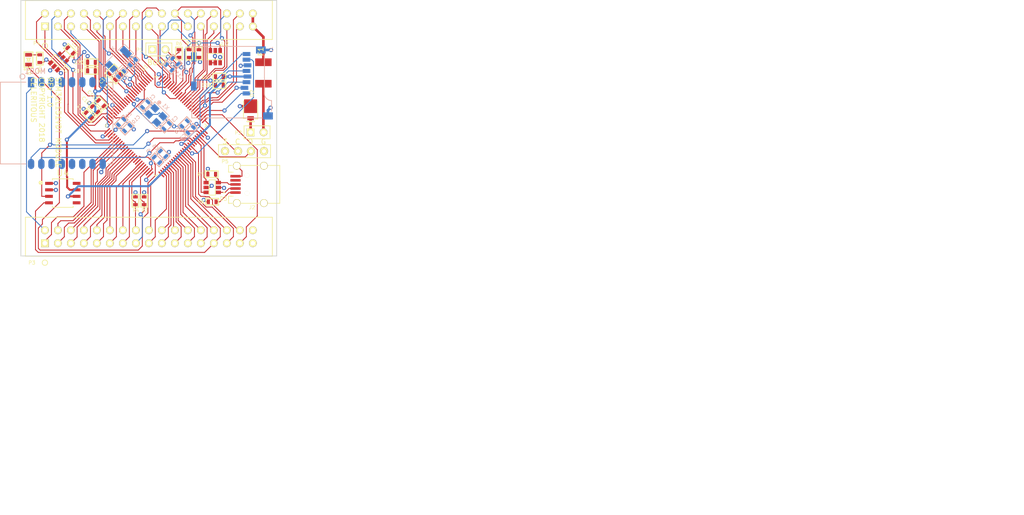
<source format=kicad_pcb>
(kicad_pcb (version 20221018) (generator pcbnew)
  (layers (0 "F.Cu" signal) (1 "In1.Cu" power "GND") (2 "In2.Cu" power "PWR") (31 "B.Cu" signal) (34 "B.Paste" user) (35 "F.Paste" user) (36 "B.SilkS" user "B.Silkscreen") (37 "F.SilkS" user "F.Silkscreen") (38 "B.Mask" user) (39 "F.Mask" user) (44 "Edge.Cuts" user))
  (net 0 "")
  (net 1 "/OSC12IN")
  (net 2 "GND")
  (net 3 "/OSC32IN")
  (net 4 "/OSC12OUT")
  (net 5 "/OSC32OUT")
  (net 6 "/GPIO_20")
  (net 7 "Net-(D1-PadA)")
  (net 8 "+3.3V")
  (net 9 "Net-(D3-Pad1)")
  (net 10 "Net-(D3-Pad3)")
  (net 11 "/USB_DP")
  (net 12 "/USB_DM")
  (net 13 "Net-(F1-Pad1)")
  (net 14 "/+3.3VEXT")
  (net 15 "/SDIO_D1")
  (net 16 "/SDIO_D0")
  (net 17 "/SDIO_CK")
  (net 18 "/SDIO_CMD")
  (net 19 "/SDIO_D3")
  (net 20 "/SDIO_D2")
  (net 21 "Net-(J2-Pad1)")
  (net 22 "/~{GRST}")
  (net 23 "/GPIO_22")
  (net 24 "/USART1_TX")
  (net 25 "/USART1_RX")
  (net 26 "/BOOT0")
  (net 27 "/TIM3_CH1")
  (net 28 "/TIM11_CH1")
  (net 29 "/GPIO_8")
  (net 30 "/GPIO_9")
  (net 31 "/GPIO_0")
  (net 32 "/GPIO_1")
  (net 33 "/ADC_IN22")
  (net 34 "/ADC_IN23")
  (net 35 "/ADC_IN24")
  (net 36 "/ADC_IN25")
  (net 37 "/SPI1_SCK")
  (net 38 "/SPI1_MISO")
  (net 39 "/SPI1_MOSI")
  (net 40 "/I2C2_SCL")
  (net 41 "/I2C2_SDA")
  (net 42 "/ADC_IN18")
  (net 43 "/ADC_IN19")
  (net 44 "/ADC_IN20")
  (net 45 "/ADC_IN21")
  (net 46 "/GPIO_14")
  (net 47 "/GPIO_15")
  (net 48 "/GPIO_16")
  (net 49 "/GPIO_17")
  (net 50 "/TIM4_CH1")
  (net 51 "/TIM4_CH2")
  (net 52 "/GPIO_18")
  (net 53 "/GPIO_19")
  (net 54 "/I2S2_MCK")
  (net 55 "/TIM3_CH2")
  (net 56 "/RCC_MCO")
  (net 57 "/TIM2_CH1")
  (net 58 "/DAC_2")
  (net 59 "/DAC_1")
  (net 60 "/USART2_RX")
  (net 61 "/USART2_TX")
  (net 62 "/WAKE_1")
  (net 63 "/TIM2_CH2")
  (net 64 "/GPIO_6")
  (net 65 "/GPIO_7")
  (net 66 "/GPIO_4")
  (net 67 "/GPIO_5")
  (net 68 "/RTC_TS")
  (net 69 "/TIM9_CH2")
  (net 70 "/EXTINT_59")
  (net 71 "/EXTINT_4")
  (net 72 "/EXTINT_3")
  (net 73 "/EXTINT_2")
  (net 74 "/EXTINT_1")
  (net 75 "/EXTINT_0")
  (net 76 "/GPIO_3")
  (net 77 "/TIM10_CH1")
  (net 78 "/I2C1_SDA")
  (net 79 "/I2C1_SCL")
  (net 80 "/GPIO_2")
  (net 81 "/COMP2_INP")
  (net 82 "/COMP2_INN")
  (net 83 "/GPIO_13")
  (net 84 "/GPIO_12")
  (net 85 "/GPIO_11")
  (net 86 "/I2S2_SD")
  (net 87 "/GPIO_10")
  (net 88 "/I2S2_CK")
  (net 89 "/I2S2_WS")
  (net 90 "/JTAG_SWCLK")
  (net 91 "/JTAG_SWDIO")
  (net 92 "/+3.3VANA")
  (net 93 "/+3.0VREF")
  (net 94 "/+3.3VSD")
  (net 95 "/+3.3VWIFI")
  (footprint "Kicad:D0805" (layer "F.Cu") (at 62.5 111.6 90)
    (fp_text reference "D1")
    (fp_text value "Led_Small" hide)
  )
  (footprint "Kicad:DO220AA" (layer "F.Cu") (at 105.9 120.7 -90)
    (fp_text reference "D2")
    (fp_text value "SMLJ33ABCT" hide)
  )
  (footprint "Kicad:SOT23-6" (layer "F.Cu") (at 97.2 136.6 90)
    (fp_text reference "D3")
    (fp_text value "USBLC6-2" hide)
  )
  (footprint "Kicad:P1812" (layer "F.Cu") (at 108.4 114.2 90)
    (fp_text reference "F1")
    (fp_text value "FUSE_PTC_.5A_33V" hide)
  )
  (footprint "Kicad:CONN_USB_UX60-MB" (layer "F.Cu") (at 103 136 90)
    (fp_text reference "J2")
    (fp_text value "USB_MINI_B_SMD" hide)
  )
  (footprint "Kicad:Header_2x1_Shrouded_100mil" (layer "F.Cu") (at 86.7 109.6 -90)
    (fp_text reference "P1")
    (fp_text value "Header_2x1" hide)
  )
  (footprint "Kicad:Header_2x1_Shrouded_100mil" (layer "F.Cu") (at 105.9 125.8 -90)
    (fp_text reference "P2")
    (fp_text value "Header_2x1" hide)
  )
  (footprint "Kicad:Header_2x17_Shrouded_100mil" (layer "F.Cu") (at 65.7 147.5)
    (fp_text reference "P3")
    (fp_text value "Header_2x17" hide)
  )
  (footprint "Kicad:Header_2x17_Shrouded_100mil" (layer "F.Cu") (at 65.7 105.1)
    (fp_text reference "P4")
    (fp_text value "Header_2x17" hide)
  )
  (footprint "Kicad:Connector_1x4_100mil_TH" (layer "F.Cu") (at 100.9 129.5 90)
    (fp_text reference "P5")
    (fp_text value "CONN_1x4" hide)
  )
  (footprint "Kicad:P0603" (layer "F.Cu") (at 93.9 110.4 -90)
    (fp_text reference "R1")
    (fp_text value "4.70kΩ" hide)
  )
  (footprint "Kicad:P0603" (layer "F.Cu") (at 95.8 110.4 -90)
    (fp_text reference "R2")
    (fp_text value "4.70kΩ" hide)
  )
  (footprint "Kicad:P0603" (layer "F.Cu") (at 85.1 139.2 90)
    (fp_text reference "R3")
    (fp_text value "4.70kΩ" hide)
  )
  (footprint "Kicad:P0603" (layer "F.Cu") (at 83.4 139.2 90)
    (fp_text reference "R4")
    (fp_text value "4.70kΩ" hide)
  )
  (footprint "Kicad:P0603" (layer "F.Cu") (at 64.7 111.4 -90)
    (fp_text reference "R5")
    (fp_text value "1.00kΩ" hide)
  )
  (footprint "Kicad:P0603" (layer "F.Cu") (at 91.9 110.4 -90)
    (fp_text reference "R6")
    (fp_text value "10.0kΩ" hide)
  )
  (footprint "Kicad:P0603" (layer "F.Cu") (at 98.3 134)
    (fp_text reference "R7")
    (fp_text value "1.50kΩ" hide)
  )
  (footprint "Kicad:P0603" (layer "F.Cu") (at 98.4 139.4)
    (fp_text reference "R8")
    (fp_text value "ZERO_Ω" hide)
  )
  (footprint "Kicad:QFP_100_14X14_0.5" (layer "F.Cu") (at 87.4 124.5 -45)
    (fp_text reference "U1")
    (fp_text value "STM32L151VDT" hide)
  )
  (footprint "Kicad:SOT23-6" (layer "F.Cu") (at 99 112.2 180)
    (fp_text reference "U2")
    (fp_text value "24AA02E64OT" hide)
  )
  (footprint "Kicad:SOT23-6" (layer "F.Cu") (at 67.5 112.9 135)
    (fp_text reference "U3")
    (fp_text value "MCP1501-30" hide)
  )
  (footprint "Kicad:P0603" (layer "F.Cu") (at 80 115 45)
    (fp_text reference "C13")
    (fp_text value "0.10uF" hide)
  )
  (footprint "Kicad:P0603" (layer "F.Cu") (at 78.8 113.8 45)
    (fp_text reference "C14")
    (fp_text value "10.0uF" hide)
  )
  (footprint "Kicad:P0603" (layer "F.Cu") (at 76.7 120.1 135)
    (fp_text reference "C15")
    (fp_text value "0.10uF" hide)
  )
  (footprint "Kicad:P0603" (layer "F.Cu") (at 75.5 121.3 135)
    (fp_text reference "C16")
    (fp_text value "10.0uF" hide)
  )
  (footprint "Kicad:P0603" (layer "F.Cu") (at 74.3 122.5 -45)
    (fp_text reference "L1")
    (fp_text value "FERRITE_BEAD" hide)
  )
  (footprint "Kicad:P0603" (layer "F.Cu") (at 99.8 114.9 180)
    (fp_text reference "C17")
    (fp_text value "0.10uF" hide)
  )
  (footprint "Kicad:P0603" (layer "F.Cu") (at 99.8 116.6 180)
    (fp_text reference "C18")
    (fp_text value "10.0uF" hide)
  )
  (footprint "Kicad:P0603" (layer "F.Cu") (at 74.8 113.8 180)
    (fp_text reference "C19")
    (fp_text value "0.10uF" hide)
  )
  (footprint "Kicad:P0603" (layer "F.Cu") (at 74.8 112.1 180)
    (fp_text reference "C20")
    (fp_text value "10.0uF" hide)
  )
  (footprint "Kicad:SOIC_8" (layer "F.Cu") (at 69.2 137.7 -90)
    (fp_text reference "U4")
    (fp_text value "AP2152" hide)
  )
  (footprint "Kicad:P0603" (layer "F.Cu") (at 70.7 109.8 135)
    (fp_text reference "C21")
    (fp_text value "1.0uF" hide)
  )
  (footprint "Kicad:P0603" (layer "B.Cu") (at 85.3 120.4 -135)
    (fp_text reference "C1")
    (fp_text value "12pF" hide)
  )
  (footprint "Kicad:P0603" (layer "B.Cu") (at 82.9 112.1 -135)
    (fp_text reference "C2")
    (fp_text value "12pF" hide)
  )
  (footprint "Kicad:P0603" (layer "B.Cu") (at 89.5 124.6 45)
    (fp_text reference "C3")
    (fp_text value "12pF" hide)
  )
  (footprint "Kicad:P0603" (layer "B.Cu") (at 80.6 114.4 45)
    (fp_text reference "C4")
    (fp_text value "12pF" hide)
  )
  (footprint "Kicad:CONN_SDMICRO_3M" (layer "B.Cu") (at 107 109 90)
    (fp_text reference "J1")
    (fp_text value "SOCKET_MICRO_SD_SMT_3M" hide)
  )
  (footprint "Kicad:MODULE_ESP07_WIFI" (layer "B.Cu") (at 63 116)
    (fp_text reference "MOD1")
    (fp_text value "MODULE_ESP07_WIFI" hide)
  )
  (footprint "Kicad:XTAL_3.2X2.5" (layer "B.Cu") (at 87.2 121.1 -45)
    (fp_text reference "X1")
    (fp_text value "ABM8G-12.00MHz" hide)
  )
  (footprint "Kicad:XTAL_1.8X4.9mm" (layer "B.Cu") (at 81.5 110.1 -135)
    (fp_text reference "X2")
    (fp_text value "ABS10-32.768kHz" hide)
  )
  (footprint "Kicad:P0603" (layer "B.Cu") (at 87.6 131.2 135)
    (fp_text reference "C5")
    (fp_text value "0.10uF" hide)
  )
  (footprint "Kicad:P0603" (layer "B.Cu") (at 88.8 130 135)
    (fp_text reference "C6")
    (fp_text value "10.0uF" hide)
  )
  (footprint "Kicad:P0603" (layer "B.Cu") (at 94.2 125.4 -135)
    (fp_text reference "C7")
    (fp_text value "0.10uF" hide)
  )
  (footprint "Kicad:P0603" (layer "B.Cu") (at 93 124.1 -135)
    (fp_text reference "C8")
    (fp_text value "10.0uF" hide)
  )
  (footprint "Kicad:P0603" (layer "B.Cu") (at 80.6 123.8 45)
    (fp_text reference "C9")
    (fp_text value "0.10uF" hide)
  )
  (footprint "Kicad:P0603" (layer "B.Cu") (at 81.8 125 45)
    (fp_text reference "C10")
    (fp_text value "10.0uF" hide)
  )
  (footprint "Kicad:P0603" (layer "B.Cu") (at 90 113.1 -45)
    (fp_text reference "C11")
    (fp_text value "0.10uF" hide)
  )
  (footprint "Kicad:P0603" (layer "B.Cu") (at 91.2 111.9 -45)
    (fp_text reference "C12")
    (fp_text value "10.0uF" hide)
  )
  (gr_line (start 61 100) (end 61 150) (stroke (width 0.15)) (layer "Edge.Cuts"))
  (gr_line (start 111 100) (end 61 100) (stroke (width 0.15)) (layer "Edge.Cuts"))
  (gr_line (start 111 150) (end 111 100) (stroke (width 0.15)) (layer "Edge.Cuts"))
  (gr_line (start 61 150) (end 111 150) (stroke (width 0.15)) (layer "Edge.Cuts"))
  (gr_text "BOOT" (at 87.65 112.15) (layer "F.SilkS") (effects (font (size 1 1))))
  (gr_text "3  C  D  G" (at 104.65 127.65) (layer "F.SilkS") (effects (font (size 1 1))))
  (gr_text "STM32L151VDT MODULE\nREV 1.0\nCOPYRIGHT 2018\nCELERITOUS\n" (at 65.9 114.9 270) (layer "F.SilkS") (effects (font (size 1 1)) (justify left)))
  (segment (start 83.7753 119.4122) (end 83.3195 119.4122) (width 0.1778) (layer "F.Cu") (net 1))
  (segment (start 83.3195 119.4122) (end 83.1695 119.5622) (width 0.1778) (layer "F.Cu") (net 1))
  (segment (start 82.4503 118.8431) (end 83.1695 119.5622) (width 0.1778) (layer "F.Cu") (net 1))
  (via (at 83.7753 119.4122) (size 0.8128) (drill 0.406399) (layers "F.Cu" "B.Cu") (net 1))
  (segment (start 85.2738 119.4122) (end 85.3233 119.3627) (width 0.1778) (layer "B.Cu") (net 1))
  (segment (start 83.7753 119.4122) (end 85.2738 119.4122) (width 0.1778) (layer "B.Cu") (net 1))
  (segment (start 85.8303 119.8697) (end 85.3233 119.3627) (width 0.1778) (layer "B.Cu") (net 1))
  (segment (start 85.8303 119.8697) (end 86.3373 120.3767) (width 0.1778) (layer "B.Cu") (net 1))
  (segment (start 86.4767 120.3767) (end 86.3373 120.3767) (width 0.1778) (layer "B.Cu") (net 1))
  (segment (start 87.2 121.1) (end 86.4767 120.3767) (width 0.1778) (layer "B.Cu") (net 1))
  (segment (start 67.5544 135.7576) (end 67.517 135.795) (width 0.1778) (layer "F.Cu") (net 2))
  (segment (start 69.7687 108.8183) (end 69.7687 108.8687) (width 0.1778) (layer "F.Cu") (net 2))
  (segment (start 81.6443 116.7655) (end 82.0388 117.16) (width 0.1778) (layer "F.Cu") (net 2))
  (segment (start 80.5303 114.4697) (end 79.3303 113.2697) (width 0.1778) (layer "F.Cu") (net 2))
  (segment (start 81.2634 115.2028) (end 81.2634 116.0634) (width 0.1778) (layer "F.Cu") (net 2))
  (segment (start 86.4214 131.8603) (end 86.5451 131.984) (width 0.1778) (layer "F.Cu") (net 2))
  (segment (start 85.9858 133.6924) (end 86.7051 132.9731) (width 0.1778) (layer "F.Cu") (net 2))
  (segment (start 87.9151 116.2994) (end 88.095 116.1195) (width 0.1778) (layer "F.Cu") (net 2))
  (segment (start 78.8931 120.4929) (end 79.1276 120.7273) (width 0.1778) (layer "F.Cu") (net 2))
  (segment (start 82.0388 117.16) (end 82.1814 117.16) (width 0.1778) (layer "F.Cu") (net 2))
  (segment (start 74.3906 120.0815) (end 74.5687 120.2596) (width 0.1778) (layer "F.Cu") (net 2))
  (segment (start 81.2634 116.0634) (end 81.6443 116.4443) (width 0.1778) (layer "F.Cu") (net 2))
  (segment (start 81.6443 116.4443) (end 81.6443 116.7655) (width 0.1778) (layer "F.Cu") (net 2))
  (segment (start 69.1971 111.2029) (end 68.7608 110.7666) (width 0.1778) (layer "F.Cu") (net 2))
  (segment (start 70.1697 109.2697) (end 69.7687 108.8687) (width 0.1778) (layer "F.Cu") (net 2))
  (segment (start 77.4765 126.6216) (end 77.4884 126.6334) (width 0.1778) (layer "F.Cu") (net 2))
  (segment (start 104.217 133.367) (end 104.217 134.4) (width 0.1778) (layer "F.Cu") (net 2))
  (segment (start 86.5451 131.984) (end 86.5451 132.8132) (width 0.1778) (layer "F.Cu") (net 2))
  (segment (start 102.95 134.4) (end 104.217 134.4) (width 0.1778) (layer "F.Cu") (net 2))
  (segment (start 66.5 135.795) (end 67.517 135.795) (width 0.1778) (layer "F.Cu") (net 2))
  (segment (start 79.1276 120.7273) (end 78.9026 120.9523) (width 0.1778) (layer "F.Cu") (net 2))
  (segment (start 99 110.892) (end 99 112.2) (width 0.1778) (layer "F.Cu") (net 2))
  (segment (start 74.9697 120.7697) (end 74.5687 120.3687) (width 0.1778) (layer "F.Cu") (net 2))
  (segment (start 98.483 116.1102) (end 98.483 116.6) (width 0.1778) (layer "F.Cu") (net 2))
  (segment (start 67.5 112.9) (end 66.9577 113.4423) (width 0.1778) (layer "F.Cu") (net 2))
  (segment (start 83.1574 118.136) (end 82.4383 117.4168) (width 0.1778) (layer "F.Cu") (net 2))
  (segment (start 98.9371 110.892) (end 99 110.892) (width 0.1778) (layer "F.Cu") (net 2))
  (segment (start 99.05 116.6) (end 98.483 116.6) (width 0.1778) (layer "F.Cu") (net 2))
  (segment (start 74.5687 120.2596) (end 74.5687 120.3687) (width 0.1778) (layer "F.Cu") (net 2))
  (segment (start 78.2076 125.9142) (end 77.4884 126.6334) (width 0.1778) (layer "F.Cu") (net 2))
  (segment (start 86.5451 132.8132) (end 86.7051 132.9731) (width 0.1778) (layer "F.Cu") (net 2))
  (segment (start 76.9995 126.6216) (end 77.4765 126.6216) (width 0.1778) (layer "F.Cu") (net 2))
  (segment (start 79.9754 121.318) (end 79.2562 120.5987) (width 0.1778) (layer "F.Cu") (net 2))
  (segment (start 88.8142 115.3076) (end 88.095 116.0268) (width 0.1778) (layer "F.Cu") (net 2))
  (segment (start 66.9577 113.4692) (end 66.9577 113.4423) (width 0.1778) (layer "F.Cu") (net 2))
  (segment (start 79.6218 121.6716) (end 78.9026 120.9523) (width 0.1778) (layer "F.Cu") (net 2))
  (segment (start 67.8411 135.7576) (end 67.5544 135.7576) (width 0.1778) (layer "F.Cu") (net 2))
  (segment (start 88.095 116.1195) (end 88.095 116.0268) (width 0.1778) (layer "F.Cu") (net 2))
  (segment (start 68.5254 110.5312) (end 68.5253 110.5312) (width 0.1778) (layer "F.Cu") (net 2))
  (segment (start 99 112.2) (end 98.667 112.2) (width 0.1778) (layer "F.Cu") (net 2))
  (segment (start 79.2562 120.5987) (end 79.1276 120.7273) (width 0.1778) (layer "F.Cu") (net 2))
  (segment (start 98.05 112.2) (end 98.667 112.2) (width 0.1778) (layer "F.Cu") (net 2))
  (segment (start 103.2 132.35) (end 104.217 133.367) (width 0.1778) (layer "F.Cu") (net 2))
  (segment (start 99.05 114.9) (end 99.05 115.617) (width 0.1778) (layer "F.Cu") (net 2))
  (segment (start 68.7168 110.7226) (end 68.5254 110.5312) (width 0.1778) (layer "F.Cu") (net 2))
  (segment (start 98.483 116.1102) (end 98.9762 115.617) (width 0.1778) (layer "F.Cu") (net 2))
  (segment (start 98.9762 115.617) (end 99.05 115.617) (width 0.1778) (layer "F.Cu") (net 2))
  (segment (start 96.5924 125.9142) (end 97.5428 126.8646) (width 0.1778) (layer "F.Cu") (net 2))
  (segment (start 99 109.8) (end 99 110.892) (width 0.1778) (layer "F.Cu") (net 2))
  (segment (start 66.7343 113.6926) (end 66.9577 113.4692) (width 0.1778) (layer "F.Cu") (net 2))
  (segment (start 69.5693 108.6189) (end 69.7687 108.8183) (width 0.1778) (layer "F.Cu") (net 2))
  (segment (start 100.7049 136.6878) (end 100.4548 136.6878) (width 0.1778) (layer "F.Cu") (net 2))
  (segment (start 99.6 136.6) (end 100.367 136.6) (width 0.1778) (layer "F.Cu") (net 2))
  (segment (start 68.7608 110.7666) (end 68.7168 110.7226) (width 0.1778) (layer "F.Cu") (net 2))
  (segment (start 82.1814 117.16) (end 82.4383 117.4168) (width 0.1778) (layer "F.Cu") (net 2))
  (segment (start 74.05 112.1) (end 74.05 113.8) (width 0.381) (layer "F.Cu") (net 2))
  (segment (start 70.1697 109.2697) (end 68.7168 110.7226) (width 0.1778) (layer "F.Cu") (net 2))
  (segment (start 74.05 112.1) (end 74.05 110.9) (width 0.381) (layer "F.Cu") (net 2))
  (segment (start 80.5303 114.4697) (end 81.2634 115.2028) (width 0.1778) (layer "F.Cu") (net 2))
  (segment (start 105.9 120.7) (end 103.8 120.7) (width 0.508) (layer "F.Cu") (net 2))
  (segment (start 100.4548 136.6878) (end 100.367 136.6) (width 0.1778) (layer "F.Cu") (net 2))
  (segment (start 98.0582 115.6854) (end 98.483 116.1102) (width 0.1778) (layer "F.Cu") (net 2))
  (segment (start 74.9697 120.7697) (end 76.1697 119.5697) (width 0.1778) (layer "F.Cu") (net 2))
  (via (at 67.8411 135.7576) (size 0.8128) (drill 0.406399) (layers "F.Cu" "B.Cu") (net 2))
  (via (at 86.4214 131.8603) (size 0.8128) (drill 0.406399) (layers "F.Cu" "B.Cu") (net 2))
  (via (at 98.0582 115.6854) (size 0.8128) (drill 0.406399) (layers "F.Cu" "B.Cu") (net 2))
  (via (at 97.5428 126.8646) (size 0.8128) (drill 0.406399) (layers "F.Cu" "B.Cu") (net 2))
  (via (at 109.8 121) (size 0.8128) (drill 0.406399) (layers "F.Cu" "B.Cu") (net 2))
  (via (at 109.9 109.7) (size 0.8128) (drill 0.406399) (layers "F.Cu" "B.Cu") (net 2))
  (via (at 98.9371 110.892) (size 0.8128) (drill 0.406399) (layers "F.Cu" "B.Cu") (net 2))
  (via (at 66.7343 113.6926) (size 0.8128) (drill 0.406399) (layers "F.Cu" "B.Cu") (net 2))
  (via (at 69.5693 108.6189) (size 0.8128) (drill 0.406399) (layers "F.Cu" "B.Cu") (net 2))
  (via (at 87.9151 116.2994) (size 0.8128) (drill 0.406399) (layers "F.Cu" "B.Cu") (net 2))
  (via (at 74.3906 120.0815) (size 0.8128) (drill 0.406399) (layers "F.Cu" "B.Cu") (net 2))
  (via (at 103.8 120.7) (size 0.8128) (drill 0.406399) (layers "F.Cu" "B.Cu") (net 2))
  (via (at 100.7049 136.6878) (size 0.8128) (drill 0.406399) (layers "F.Cu" "B.Cu") (net 2))
  (via (at 76.7134 133.5967) (size 0.8128) (drill 0.406399) (layers "F.Cu" "B.Cu") (net 2))
  (via (at 83.0621 125.2274) (size 0.8128) (drill 0.406399) (layers "F.Cu" "B.Cu") (net 2))
  (via (at 78.8931 120.4929) (size 0.8128) (drill 0.406399) (layers "F.Cu" "B.Cu") (net 2))
  (via (at 103.9616 112.7894) (size 0.8128) (drill 0.406399) (layers "F.Cu" "B.Cu") (net 2))
  (via (at 90.9407 124.6371) (size 0.8128) (drill 0.406399) (layers "F.Cu" "B.Cu") (net 2))
  (via (at 90.6153 112.5) (size 0.8128) (drill 0.406399) (layers "F.Cu" "B.Cu") (net 2))
  (via (at 76.9995 126.6216) (size 0.8128) (drill 0.406399) (layers "F.Cu" "B.Cu") (net 2))
  (via (at 74.05 110.9) (size 0.8128) (drill 0.4064) (layers "F.Cu" "B.Cu") (net 2))
  (via (at 81.2634 115.2028) (size 0.8128) (drill 0.406399) (layers "F.Cu" "B.Cu") (net 2))
  (segment (start 90.0303 124.0697) (end 89.4453 123.4847) (width 0.1778) (layer "B.Cu") (net 2))
  (segment (start 81.2634 115.2028) (end 80.7294 114.6688) (width 0.1778) (layer "B.Cu") (net 2))
  (segment (start 90.0303 124.0697) (end 90.5373 124.5767) (width 0.1778) (layer "B.Cu") (net 2))
  (segment (start 87.0697 130.6697) (end 88.2697 129.4697) (width 0.1778) (layer "B.Cu") (net 2))
  (segment (start 104.1936 112.7894) (end 104.283 112.7) (width 0.1778) (layer "B.Cu") (net 2))
  (segment (start 97.9558 115.583) (end 94.8 115.583) (width 0.1778) (layer "B.Cu") (net 2))
  (segment (start 94.8 116.75) (end 94.8 115.583) (width 0.1778) (layer "B.Cu") (net 2))
  (segment (start 92.4697 124.6303) (end 92.9767 125.1373) (width 0.1778) (layer "B.Cu") (net 2))
  (segment (start 88.7626 122.6626) (end 89.4453 123.3453) (width 0.1778) (layer "B.Cu") (net 2))
  (segment (start 90.9407 124.6371) (end 90.8803 124.5767) (width 0.1778) (layer "B.Cu") (net 2))
  (segment (start 83.0621 125.2274) (end 82.8373 125.0026) (width 0.1778) (layer "B.Cu") (net 2))
  (segment (start 91.6745 124.6371) (end 90.9407 124.6371) (width 0.1778) (layer "B.Cu") (net 2))
  (segment (start 82.3303 124.4697) (end 82.8373 124.9767) (width 0.1778) (layer "B.Cu") (net 2))
  (segment (start 80.7294 114.6688) (end 80.7294 114.2706) (width 0.1778) (layer "B.Cu") (net 2))
  (segment (start 81.1303 123.2697) (end 82.3303 124.4697) (width 0.1778) (layer "B.Cu") (net 2))
  (segment (start 92.4697 124.6303) (end 92.0687 125.0313) (width 0.1778) (layer "B.Cu") (net 2))
  (segment (start 91.138 113.0226) (end 91.7303 112.4303) (width 0.1778) (layer "B.Cu") (net 2))
  (segment (start 88.7626 122.6626) (end 88.0799 121.9798) (width 0.1778) (layer "B.Cu") (net 2))
  (segment (start 85.3139 121.6207) (end 85.3139 121.4745) (width 0.1778) (layer "B.Cu") (net 2))
  (segment (start 98.0582 115.6854) (end 97.9558 115.583) (width 0.1778) (layer "B.Cu") (net 2))
  (segment (start 86.5627 131.719) (end 86.5627 131.1767) (width 0.1778) (layer "B.Cu") (net 2))
  (segment (start 84.7697 120.9303) (end 85.3139 121.4745) (width 0.1778) (layer "B.Cu") (net 2))
  (segment (start 109.3 121.5) (end 109.8 121) (width 0.508) (layer "B.Cu") (net 2))
  (segment (start 86.4214 131.8603) (end 86.5627 131.719) (width 0.1778) (layer "B.Cu") (net 2))
  (segment (start 87.7563 122.3034) (end 85.9966 122.3034) (width 0.1778) (layer "B.Cu") (net 2))
  (segment (start 89.4453 123.4847) (end 89.4453 123.3453) (width 0.1778) (layer "B.Cu") (net 2))
  (segment (start 87.0697 130.6697) (end 86.5627 131.1767) (width 0.1778) (layer "B.Cu") (net 2))
  (segment (start 77 133.3101) (end 76.7134 133.5967) (width 0.1778) (layer "B.Cu") (net 2))
  (segment (start 92.9767 125.2373) (end 92.9767 125.1373) (width 0.1778) (layer "B.Cu") (net 2))
  (segment (start 94.8 115.583) (end 94.8 111.05) (width 0.1778) (layer "B.Cu") (net 2))
  (segment (start 90.6153 112.5) (end 91.138 113.0226) (width 0.1778) (layer "B.Cu") (net 2))
  (segment (start 90.5303 113.6303) (end 91.138 113.0226) (width 0.1778) (layer "B.Cu") (net 2))
  (segment (start 105.3 112.7) (end 104.283 112.7) (width 0.1778) (layer "B.Cu") (net 2))
  (segment (start 82.8373 125.0026) (end 82.8373 124.9767) (width 0.1778) (layer "B.Cu") (net 2))
  (segment (start 81.1303 113.8697) (end 82.3697 112.6303) (width 0.1778) (layer "B.Cu") (net 2))
  (segment (start 85.9966 122.3034) (end 85.3139 121.6207) (width 0.1778) (layer "B.Cu") (net 2))
  (segment (start 107.9 109.7) (end 109.9 109.7) (width 0.508) (layer "B.Cu") (net 2))
  (segment (start 81.1303 113.8697) (end 80.7294 114.2706) (width 0.1778) (layer "B.Cu") (net 2))
  (segment (start 103.9616 112.7894) (end 104.1936 112.7894) (width 0.1778) (layer "B.Cu") (net 2))
  (segment (start 88.0799 121.9798) (end 87.7563 122.3034) (width 0.1778) (layer "B.Cu") (net 2))
  (segment (start 92.0687 125.0313) (end 91.6745 124.6371) (width 0.1778) (layer "B.Cu") (net 2))
  (segment (start 90.8803 124.5767) (end 90.5373 124.5767) (width 0.1778) (layer "B.Cu") (net 2))
  (segment (start 77 132) (end 77 133.3101) (width 0.1778) (layer "B.Cu") (net 2))
  (segment (start 93.6697 125.9303) (end 92.9767 125.2373) (width 0.1778) (layer "B.Cu") (net 2))
  (segment (start 109.3 122.6) (end 109.3 121.5) (width 0.508) (layer "B.Cu") (net 2))
  (segment (start 83.864466 117.414466) (end 83.05 116.6) (width 0.1778) (layer "F.Cu") (net 3))
  (segment (start 83.05 116.6) (end 83.05 116.15) (width 0.1778) (layer "F.Cu") (net 3))
  (segment (start 83.05 116.15) (end 82.3 115.4) (width 0.1778) (layer "F.Cu") (net 3))
  (segment (start 83.864466 117.428932) (end 83.864466 117.414466) (width 0.1778) (layer "F.Cu") (net 3))
  (via (at 82.3 115.4) (size 0.8128) (drill 0.4064) (layers "F.Cu" "B.Cu") (net 3))
  (segment (start 82.3 115.4) (end 82.7955 114.9045) (width 0.1778) (layer "B.Cu") (net 3))
  (segment (start 82.7955 114.9045) (end 82.818 114.9045) (width 0.1778) (layer "B.Cu") (net 3))
  (segment (start 81.5 110.1) (end 82.4701 111.0701) (width 0.1778) (layer "B.Cu") (net 3))
  (segment (start 83.2276 114.4949) (end 83.2276 112.1688) (width 0.1778) (layer "B.Cu") (net 3))
  (segment (start 83.2276 112.1688) (end 83.0294 111.9706) (width 0.1778) (layer "B.Cu") (net 3))
  (segment (start 82.818 114.9045) (end 83.2276 114.4949) (width 0.1778) (layer "B.Cu") (net 3))
  (segment (start 83.4303 111.5697) (end 83.0294 111.9706) (width 0.1778) (layer "B.Cu") (net 3))
  (segment (start 83.4303 111.5697) (end 82.9233 111.0627) (width 0.1778) (layer "B.Cu") (net 3))
  (segment (start 82.9159 111.0701) (end 82.9233 111.0627) (width 0.1778) (layer "B.Cu") (net 3))
  (segment (start 82.4701 111.0701) (end 82.9159 111.0701) (width 0.1778) (layer "B.Cu") (net 3))
  (segment (start 83.0936 120.2829) (end 82.8158 120.0051) (width 0.1778) (layer "F.Cu") (net 4))
  (segment (start 82.0967 119.1967) (end 82.8158 119.9158) (width 0.1778) (layer "F.Cu") (net 4))
  (segment (start 82.8158 120.0051) (end 82.8158 119.9158) (width 0.1778) (layer "F.Cu") (net 4))
  (via (at 83.0936 120.2829) (size 0.8128) (drill 0.406399) (layers "F.Cu" "B.Cu") (net 4))
  (segment (start 88.242 124.5486) (end 88.388 124.5486) (width 0.1778) (layer "B.Cu") (net 4))
  (segment (start 83.0936 120.7002) (end 83.0936 120.2829) (width 0.1778) (layer "B.Cu") (net 4))
  (segment (start 87.8113 124.118) (end 88.242 124.5486) (width 0.1778) (layer "B.Cu") (net 4))
  (segment (start 88.388 124.5486) (end 88.9697 125.1303) (width 0.1778) (layer "B.Cu") (net 4))
  (segment (start 87.6763 123.983) (end 86.3764 123.983) (width 0.1778) (layer "B.Cu") (net 4))
  (segment (start 87.5592 123.8659) (end 87.6763 123.983) (width 0.1778) (layer "B.Cu") (net 4))
  (segment (start 87.6763 123.983) (end 87.7934 124.1001) (width 0.1778) (layer "B.Cu") (net 4))
  (segment (start 86.3764 123.983) (end 83.0936 120.7002) (width 0.1778) (layer "B.Cu") (net 4))
  (segment (start 87.8113 124.118) (end 87.7934 124.1001) (width 0.1778) (layer "B.Cu") (net 4))
  (segment (start 82.7917 116.9606) (end 82.7917 117.0632) (width 0.1778) (layer "F.Cu") (net 5))
  (segment (start 82.3177 116.4866) (end 82.7917 116.9606) (width 0.1778) (layer "F.Cu") (net 5))
  (segment (start 83.5109 117.7825) (end 82.7917 117.0632) (width 0.1778) (layer "F.Cu") (net 5))
  (via (at 82.3177 116.4866) (size 0.8128) (drill 0.406399) (layers "F.Cu" "B.Cu") (net 5))
  (segment (start 79.8162 114.6768) (end 79.5627 114.4233) (width 0.1778) (layer "B.Cu") (net 5))
  (segment (start 80.0697 114.9303) (end 79.8162 114.6768) (width 0.1778) (layer "B.Cu") (net 5))
  (segment (start 79.5627 113.9775) (end 79.5627 114.4233) (width 0.1778) (layer "B.Cu") (net 5))
  (segment (start 78.6263 112.9737) (end 79.5964 113.9438) (width 0.1778) (layer "B.Cu") (net 5))
  (segment (start 79.8162 114.7464) (end 81.5564 116.4866) (width 0.1778) (layer "B.Cu") (net 5))
  (segment (start 79.8162 114.6768) (end 79.8162 114.7464) (width 0.1778) (layer "B.Cu") (net 5))
  (segment (start 81.5564 116.4866) (end 82.3177 116.4866) (width 0.1778) (layer "B.Cu") (net 5))
  (segment (start 79.5964 113.9438) (end 79.5627 113.9775) (width 0.1778) (layer "B.Cu") (net 5))
  (segment (start 84.7409 142.6902) (end 85.8421 141.589) (width 0.1778) (layer "F.Cu") (net 6))
  (segment (start 85.8421 135.731) (end 87.2748 134.2983) (width 0.1778) (layer "F.Cu") (net 6))
  (segment (start 64.4209 144.5369) (end 64.4209 148.5182) (width 0.1778) (layer "F.Cu") (net 6))
  (segment (start 86.7004 131.1869) (end 86.353 131.1869) (width 0.1778) (layer "F.Cu") (net 6))
  (segment (start 83.5109 131.2175) (end 84.2302 130.4982) (width 0.1778) (layer "F.Cu") (net 6))
  (segment (start 64.7512 148.8485) (end 83.9445 148.8485) (width 0.1778) (layer "F.Cu") (net 6))
  (segment (start 87.0948 131.9287) (end 87.0948 131.5813) (width 0.1778) (layer "F.Cu") (net 6))
  (segment (start 62.5 112.55) (end 62.5 113.167) (width 0.1778) (layer "F.Cu") (net 6))
  (segment (start 64.4209 148.5182) (end 64.7512 148.8485) (width 0.1778) (layer "F.Cu") (net 6))
  (segment (start 84.4099 130.678) (end 84.2302 130.4982) (width 0.1778) (layer "F.Cu") (net 6))
  (segment (start 68.5301 119.1971) (end 68.5301 139.5721) (width 0.1778) (layer "F.Cu") (net 6))
  (segment (start 85.8441 130.678) (end 84.4099 130.678) (width 0.1778) (layer "F.Cu") (net 6))
  (segment (start 83.9445 148.8485) (end 84.7409 148.0521) (width 0.1778) (layer "F.Cu") (net 6))
  (segment (start 85.8421 141.589) (end 85.8421 135.731) (width 0.1778) (layer "F.Cu") (net 6))
  (segment (start 62.5 113.167) (end 68.5301 119.1971) (width 0.1778) (layer "F.Cu") (net 6))
  (segment (start 65.2114 142.8908) (end 65.2114 143.7464) (width 0.1778) (layer "F.Cu") (net 6))
  (segment (start 87.0948 131.5813) (end 86.7004 131.1869) (width 0.1778) (layer "F.Cu") (net 6))
  (segment (start 87.2748 132.1087) (end 87.0948 131.9287) (width 0.1778) (layer "F.Cu") (net 6))
  (segment (start 65.2114 143.7464) (end 64.4209 144.5369) (width 0.1778) (layer "F.Cu") (net 6))
  (segment (start 68.5301 139.5721) (end 65.2114 142.8908) (width 0.1778) (layer "F.Cu") (net 6))
  (segment (start 84.7409 148.0521) (end 84.7409 142.6902) (width 0.1778) (layer "F.Cu") (net 6))
  (segment (start 87.2748 134.2983) (end 87.2748 132.1087) (width 0.1778) (layer "F.Cu") (net 6))
  (segment (start 86.353 131.1869) (end 85.8441 130.678) (width 0.1778) (layer "F.Cu") (net 6))
  (segment (start 62.5 110.65) (end 64.7 110.65) (width 0.1778) (layer "F.Cu") (net 7))
  (segment (start 67.5341 137.0821) (end 67.517 137.065) (width 0.1778) (layer "F.Cu") (net 8))
  (segment (start 79.4697 115.5303) (end 79.9767 116.0373) (width 0.1778) (layer "F.Cu") (net 8))
  (segment (start 66.8282 112.2282) (end 66.392 111.7919) (width 0.1778) (layer "F.Cu") (net 8))
  (segment (start 99.95 112.2) (end 99.95 111.0977) (width 0.1778) (layer "F.Cu") (net 8))
  (segment (start 81.6342 117.7705) (end 79.9767 116.113) (width 0.1778) (layer "F.Cu") (net 8))
  (segment (start 92.3294 113.0991) (end 92.3294 112.1464) (width 0.1778) (layer "F.Cu") (net 8))
  (segment (start 73.2683 121.2156) (end 73.3687 121.316) (width 0.1778) (layer "F.Cu") (net 8))
  (segment (start 79.9767 116.113) (end 79.9767 116.0373) (width 0.1778) (layer "F.Cu") (net 8))
  (segment (start 91.9 111.15) (end 91.9 111.717) (width 0.1778) (layer "F.Cu") (net 8))
  (segment (start 95.5729 124.1877) (end 96.9459 125.5607) (width 0.1778) (layer "F.Cu") (net 8))
  (segment (start 85.6202 135.0003) (end 85.6202 134.765) (width 0.1778) (layer "F.Cu") (net 8))
  (segment (start 85.504 135.1165) (end 85.6202 135.0003) (width 0.1778) (layer "F.Cu") (net 8))
  (segment (start 96.0039 111.9209) (end 95.8 111.717) (width 0.1778) (layer "F.Cu") (net 8))
  (segment (start 73.3687 121.316) (end 73.3687 121.5687) (width 0.1778) (layer "F.Cu") (net 8))
  (segment (start 93.7194 112.2479) (end 93.7194 111.8976) (width 0.1778) (layer "F.Cu") (net 8))
  (segment (start 67.8411 137.0821) (end 67.5341 137.0821) (width 0.1778) (layer "F.Cu") (net 8))
  (segment (start 105.9 125.8) (end 105.9 123.05) (width 0.508) (layer "F.Cu") (net 8))
  (segment (start 97.2 136.6) (end 97.967 136.6) (width 0.1778) (layer "F.Cu") (net 8))
  (segment (start 78.2697 114.3303) (end 79.4697 115.5303) (width 0.1778) (layer "F.Cu") (net 8))
  (segment (start 68.6081 114.008) (end 68.608 114.0081) (width 0.1778) (layer "F.Cu") (net 8))
  (segment (start 86.3393 134.0459) (end 85.6202 134.765) (width 0.1778) (layer "F.Cu") (net 8))
  (segment (start 64.7 112.15) (end 65.417 112.15) (width 0.1778) (layer "F.Cu") (net 8))
  (segment (start 79.2803 125.54) (end 79.2803 125.5486) (width 0.1778) (layer "F.Cu") (net 8))
  (segment (start 97.967 136.5939) (end 97.967 136.6) (width 0.1778) (layer "F.Cu") (net 8))
  (segment (start 73.7697 121.9697) (end 73.3687 121.5687) (width 0.1778) (layer "F.Cu") (net 8))
  (segment (start 98.2918 136.2691) (end 97.967 136.5939) (width 0.1778) (layer "F.Cu") (net 8))
  (segment (start 79.5076 125.3127) (end 79.2803 125.54) (width 0.1778) (layer "F.Cu") (net 8))
  (segment (start 97.55 132.9623) (end 97.55 134) (width 0.1778) (layer "F.Cu") (net 8))
  (segment (start 78.5612 126.2678) (end 79.2804 125.5486) (width 0.1778) (layer "F.Cu") (net 8))
  (segment (start 82.8038 118.4896) (end 82.0847 117.7705) (width 0.1778) (layer "F.Cu") (net 8))
  (segment (start 95.3199 124.1877) (end 95.5729 124.1877) (width 0.1778) (layer "F.Cu") (net 8))
  (segment (start 83.4 137.5623) (end 83.4 138.45) (width 0.1778) (layer "F.Cu") (net 8))
  (segment (start 97.65 139.4) (end 97.083 139.4) (width 0.1778) (layer "F.Cu") (net 8))
  (segment (start 82.0847 117.7705) (end 81.6342 117.7705) (width 0.1778) (layer "F.Cu") (net 8))
  (segment (start 66.392 111.7919) (end 66.1945 111.5945) (width 0.1778) (layer "F.Cu") (net 8))
  (segment (start 79.2803 125.5486) (end 79.2804 125.5486) (width 0.1778) (layer "F.Cu") (net 8))
  (segment (start 68.1718 113.5718) (end 68.6081 114.008) (width 0.1778) (layer "F.Cu") (net 8))
  (segment (start 65.9725 111.5945) (end 65.417 112.15) (width 0.1778) (layer "F.Cu") (net 8))
  (segment (start 93.7194 111.8976) (end 93.9 111.717) (width 0.1778) (layer "F.Cu") (net 8))
  (segment (start 96.0039 112.0398) (end 96.0039 111.9209) (width 0.1778) (layer "F.Cu") (net 8))
  (segment (start 97.083 139.3599) (end 97.083 139.4) (width 0.1778) (layer "F.Cu") (net 8))
  (segment (start 92.3294 112.1464) (end 91.9 111.717) (width 0.1778) (layer "F.Cu") (net 8))
  (segment (start 96.7547 139.0316) (end 97.083 139.3599) (width 0.1778) (layer "F.Cu") (net 8))
  (segment (start 66.1945 111.5945) (end 65.9725 111.5945) (width 0.1778) (layer "F.Cu") (net 8))
  (segment (start 93.9 111.15) (end 93.9 111.717) (width 0.1778) (layer "F.Cu") (net 8))
  (segment (start 85.1 137.5572) (end 85.1 138.45) (width 0.1778) (layer "F.Cu") (net 8))
  (segment (start 68.608 114.0081) (end 68.608 114.0154) (width 0.1778) (layer "F.Cu") (net 8))
  (segment (start 68.608 114.0154) (end 68.8317 114.2391) (width 0.1778) (layer "F.Cu") (net 8))
  (segment (start 66.5 137.065) (end 67.517 137.065) (width 0.1778) (layer "F.Cu") (net 8))
  (segment (start 95.8 111.15) (end 95.8 111.717) (width 0.1778) (layer "F.Cu") (net 8))
  (segment (start 88.4607 114.9541) (end 87.9539 114.4473) (width 0.1778) (layer "F.Cu") (net 8))
  (via (at 85.1 137.5572) (size 0.8128) (drill 0.406399) (layers "F.Cu" "B.Cu") (net 8))
  (via (at 89.7449 111.0417) (size 0.8128) (drill 0.406399) (layers "F.Cu" "B.Cu") (net 8))
  (via (at 83.4 137.5623) (size 0.8128) (drill 0.406399) (layers "F.Cu" "B.Cu") (net 8))
  (via (at 79.5076 125.3127) (size 0.8128) (drill 0.406399) (layers "F.Cu" "B.Cu") (net 8))
  (via (at 96.0039 112.0398) (size 0.8128) (drill 0.406399) (layers "F.Cu" "B.Cu") (net 8))
  (via (at 89.9455 129.6754) (size 0.8128) (drill 0.406399) (layers "F.Cu" "B.Cu") (net 8))
  (via (at 67.8411 137.0821) (size 0.8128) (drill 0.406399) (layers "F.Cu" "B.Cu") (net 8))
  (via (at 81.6342 117.7705) (size 0.8128) (drill 0.406399) (layers "F.Cu" "B.Cu") (net 8))
  (via (at 68.8317 114.2391) (size 0.8128) (drill 0.406399) (layers "F.Cu" "B.Cu") (net 8))
  (via (at 87.9539 114.4473) (size 0.8128) (drill 0.406399) (layers "F.Cu" "B.Cu") (net 8))
  (via (at 85.504 135.1165) (size 0.8128) (drill 0.406399) (layers "F.Cu" "B.Cu") (net 8))
  (via (at 95.3199 124.1877) (size 0.8128) (drill 0.406399) (layers "F.Cu" "B.Cu") (net 8))
  (via (at 93.7194 112.2479) (size 0.8128) (drill 0.406399) (layers "F.Cu" "B.Cu") (net 8))
  (via (at 97.55 132.9623) (size 0.8128) (drill 0.406399) (layers "F.Cu" "B.Cu") (net 8))
  (via (at 98.2918 136.2691) (size 0.8128) (drill 0.406399) (layers "F.Cu" "B.Cu") (net 8))
  (via (at 65.9725 111.5945) (size 0.8128) (drill 0.406399) (layers "F.Cu" "B.Cu") (net 8))
  (via (at 92.3294 113.0991) (size 0.8128) (drill 0.406399) (layers "F.Cu" "B.Cu") (net 8))
  (via (at 96.7547 139.0316) (size 0.8128) (drill 0.406399) (layers "F.Cu" "B.Cu") (net 8))
  (via (at 99.95 111.0977) (size 0.8128) (drill 0.406399) (layers "F.Cu" "B.Cu") (net 8))
  (via (at 73.2683 121.2156) (size 0.8128) (drill 0.406399) (layers "F.Cu" "B.Cu") (net 8))
  (segment (start 94.7303 124.8697) (end 95.1313 124.4687) (width 0.1778) (layer "B.Cu") (net 8))
  (segment (start 89.8373 129.7836) (end 89.8373 130.0233) (width 0.1778) (layer "B.Cu") (net 8))
  (segment (start 79.8789 124.9414) (end 79.9607 125.0233) (width 0.1778) (layer "B.Cu") (net 8))
  (segment (start 80.0697 124.3303) (end 79.6687 124.7313) (width 0.1778) (layer "B.Cu") (net 8))
  (segment (start 93.7838 123.8232) (end 94.2233 124.2627) (width 0.1778) (layer "B.Cu") (net 8))
  (segment (start 94.7303 124.8697) (end 94.2233 124.3627) (width 0.1778) (layer "B.Cu") (net 8))
  (segment (start 93.5303 123.5697) (end 93.7838 123.8232) (width 0.1778) (layer "B.Cu") (net 8))
  (segment (start 89.3303 130.5303) (end 89.8373 130.0233) (width 0.1778) (layer "B.Cu") (net 8))
  (segment (start 95.1313 124.3763) (end 95.1313 124.4687) (width 0.1778) (layer "B.Cu") (net 8))
  (segment (start 79.6687 124.7313) (end 79.8789 124.9414) (width 0.1778) (layer "B.Cu") (net 8))
  (segment (start 79.9607 125.0233) (end 80.7627 125.0233) (width 0.1778) (layer "B.Cu") (net 8))
  (segment (start 89.7449 111.4925) (end 89.0687 112.1687) (width 0.1778) (layer "B.Cu") (net 8))
  (segment (start 89.9455 129.6754) (end 89.8373 129.7836) (width 0.1778) (layer "B.Cu") (net 8))
  (segment (start 79.5076 125.3127) (end 79.8789 124.9414) (width 0.1778) (layer "B.Cu") (net 8))
  (segment (start 81.2697 125.5303) (end 80.7627 125.0233) (width 0.1778) (layer "B.Cu") (net 8))
  (segment (start 95.3199 124.1877) (end 95.1313 124.3763) (width 0.1778) (layer "B.Cu") (net 8))
  (segment (start 90.6697 111.3697) (end 90.2687 110.9687) (width 0.1778) (layer "B.Cu") (net 8))
  (segment (start 89.4697 112.5697) (end 89.0687 112.1687) (width 0.1778) (layer "B.Cu") (net 8))
  (segment (start 89.7449 111.0417) (end 90.1957 111.0417) (width 0.1778) (layer "B.Cu") (net 8))
  (segment (start 89.7449 111.0417) (end 89.7449 111.4925) (width 0.1778) (layer "B.Cu") (net 8))
  (segment (start 94.2233 124.2627) (end 94.2233 124.3627) (width 0.1778) (layer "B.Cu") (net 8))
  (segment (start 89.3303 130.5303) (end 88.1303 131.7303) (width 0.1778) (layer "B.Cu") (net 8))
  (segment (start 90.1957 111.0417) (end 90.2687 110.9687) (width 0.1778) (layer "B.Cu") (net 8))
  (segment (start 100.933 137.55) (end 99.6 137.55) (width 0.1778) (layer "F.Cu") (net 9))
  (segment (start 101.683 136.8) (end 100.933 137.55) (width 0.1778) (layer "F.Cu") (net 9))
  (segment (start 102.95 136.8) (end 101.683 136.8) (width 0.1778) (layer "F.Cu") (net 9))
  (segment (start 99.6 135.033) (end 99.616 135.033) (width 0.1778) (layer "F.Cu") (net 10))
  (segment (start 101.333 135.65) (end 99.6 135.65) (width 0.1778) (layer "F.Cu") (net 10))
  (segment (start 99.05 134) (end 99.05 134.467) (width 0.1778) (layer "F.Cu") (net 10))
  (segment (start 99.6 135.65) (end 99.6 135.033) (width 0.1778) (layer "F.Cu") (net 10))
  (segment (start 102.95 136) (end 101.683 136) (width 0.1778) (layer "F.Cu") (net 10))
  (segment (start 99.616 135.033) (end 99.05 134.467) (width 0.1778) (layer "F.Cu") (net 10))
  (segment (start 101.683 136) (end 101.333 135.65) (width 0.1778) (layer "F.Cu") (net 10))
  (segment (start 95.5317 126.9749) (end 96.789 128.2322) (width 0.1778) (layer "F.Cu") (net 11))
  (segment (start 97.2 135.65) (end 97.2 135.033) (width 0.1778) (layer "F.Cu") (net 11))
  (segment (start 96.789 134.622) (end 97.2 135.033) (width 0.1778) (layer "F.Cu") (net 11))
  (segment (start 96.789 128.2322) (end 96.789 134.622) (width 0.1778) (layer "F.Cu") (net 11))
  (segment (start 97.2 137.55) (end 96.233 137.55) (width 0.1778) (layer "F.Cu") (net 12))
  (segment (start 96.233 128.3832) (end 96.233 137.55) (width 0.1778) (layer "F.Cu") (net 12))
  (segment (start 95.1782 127.3284) (end 96.233 128.3832) (width 0.1778) (layer "F.Cu") (net 12))
  (segment (start 108.4 116.3) (end 108.4 125.76) (width 0.508) (layer "F.Cu") (net 13))
  (segment (start 108.4 125.76) (end 108.44 125.8) (width 0.508) (layer "F.Cu") (net 13))
  (segment (start 106.34 105.1) (end 108.4 107.16) (width 0.508) (layer "F.Cu") (net 14))
  (segment (start 106.34 102.56) (end 106.34 105.1) (width 0.508) (layer "F.Cu") (net 14))
  (segment (start 108.4 107.16) (end 108.4 112.1) (width 0.508) (layer "F.Cu") (net 14))
  (segment (start 93.764 128.7426) (end 93.0449 128.0234) (width 0.1778) (layer "F.Cu") (net 15))
  (segment (start 93.0449 128.0234) (end 93.0041 128.0642) (width 0.1778) (layer "F.Cu") (net 15))
  (segment (start 93.0041 128.0642) (end 92.3769 128.0642) (width 0.1778) (layer "F.Cu") (net 15))
  (via (at 92.3769 128.0642) (size 0.8128) (drill 0.406399) (layers "F.Cu" "B.Cu") (net 15))
  (segment (start 96.0306 124.5945) (end 96.0306 118.7175) (width 0.1778) (layer "B.Cu") (net 15))
  (segment (start 105.1 110.5) (end 104.083 110.5) (width 0.1778) (layer "B.Cu") (net 15))
  (segment (start 96.0306 118.7175) (end 104.083 110.6651) (width 0.1778) (layer "B.Cu") (net 15))
  (segment (start 92.3769 128.0642) (end 92.5609 128.0642) (width 0.1778) (layer "B.Cu") (net 15))
  (segment (start 104.083 110.6651) (end 104.083 110.5) (width 0.1778) (layer "B.Cu") (net 15))
  (segment (start 92.5609 128.0642) (end 96.0306 124.5945) (width 0.1778) (layer "B.Cu") (net 15))
  (segment (start 94.2458 129.9316) (end 94.4705 129.9316) (width 0.1778) (layer "F.Cu") (net 16))
  (segment (start 93.4104 129.0962) (end 94.2458 129.9316) (width 0.1778) (layer "F.Cu") (net 16))
  (via (at 94.4705 129.9316) (size 0.8128) (drill 0.406399) (layers "F.Cu" "B.Cu") (net 16))
  (segment (start 95.5364 129.9316) (end 94.4705 129.9316) (width 0.1778) (layer "B.Cu") (net 16))
  (segment (start 106.117 111.6) (end 106.4671 111.9501) (width 0.1778) (layer "B.Cu") (net 16))
  (segment (start 106.4671 111.9501) (end 106.4671 119.0009) (width 0.1778) (layer "B.Cu") (net 16))
  (segment (start 105.1 111.6) (end 106.117 111.6) (width 0.1778) (layer "B.Cu") (net 16))
  (segment (start 106.4671 119.0009) (end 95.5364 129.9316) (width 0.1778) (layer "B.Cu") (net 16))
  (segment (start 96.251 121.3058) (end 96.251 121.3059) (width 0.1778) (layer "F.Cu") (net 17))
  (segment (start 96.2511 121.3059) (end 96.9934 120.5636) (width 0.1778) (layer "F.Cu") (net 17))
  (segment (start 96.251 121.3059) (end 96.2511 121.3059) (width 0.1778) (layer "F.Cu") (net 17))
  (segment (start 95.5317 122.0251) (end 96.251 121.3058) (width 0.1778) (layer "F.Cu") (net 17))
  (via (at 96.9934 120.5636) (size 0.8128) (drill 0.406399) (layers "F.Cu" "B.Cu") (net 17))
  (segment (start 96.9934 120.5636) (end 96.9934 118.4066) (width 0.1778) (layer "B.Cu") (net 17))
  (segment (start 96.9934 118.4066) (end 101.6 113.8) (width 0.1778) (layer "B.Cu") (net 17))
  (segment (start 101.6 113.8) (end 105.1 113.8) (width 0.1778) (layer "B.Cu") (net 17))
  (segment (start 97.3923 118.0433) (end 99.4513 118.0433) (width 0.1778) (layer "F.Cu") (net 18))
  (segment (start 94.4711 120.9645) (end 97.3923 118.0433) (width 0.1778) (layer "F.Cu") (net 18))
  (via (at 99.4513 118.0433) (size 0.8128) (drill 0.406399) (layers "F.Cu" "B.Cu") (net 18))
  (segment (start 105.1 116) (end 101.4946 116) (width 0.1778) (layer "B.Cu") (net 18))
  (segment (start 101.4946 116) (end 99.4513 118.0433) (width 0.1778) (layer "B.Cu") (net 18))
  (segment (start 95.8853 122.3787) (end 96.6046 121.6594) (width 0.1778) (layer "F.Cu") (net 19))
  (segment (start 96.6046 121.6594) (end 96.6046 121.6595) (width 0.1778) (layer "F.Cu") (net 19))
  (segment (start 97.1795 121.237) (end 97.2724 121.237) (width 0.1778) (layer "F.Cu") (net 19))
  (segment (start 98.5873 119.9221) (end 100.3418 119.9221) (width 0.1778) (layer "F.Cu") (net 19))
  (segment (start 97.2724 121.237) (end 98.5873 119.9221) (width 0.1778) (layer "F.Cu") (net 19))
  (segment (start 96.757 121.6595) (end 97.1795 121.237) (width 0.1778) (layer "F.Cu") (net 19))
  (segment (start 96.6046 121.6595) (end 96.757 121.6595) (width 0.1778) (layer "F.Cu") (net 19))
  (segment (start 100.3418 119.9221) (end 103.1639 117.1) (width 0.1778) (layer "F.Cu") (net 19))
  (via (at 103.1639 117.1) (size 0.8128) (drill 0.406399) (layers "F.Cu" "B.Cu") (net 19))
  (segment (start 104.7 117.1) (end 103.1639 117.1) (width 0.1778) (layer "B.Cu") (net 19))
  (segment (start 96.958 122.013) (end 96.958 122.0131) (width 0.1778) (layer "F.Cu") (net 20))
  (segment (start 96.9996 122.0131) (end 97.4812 121.5315) (width 0.1778) (layer "F.Cu") (net 20))
  (segment (start 96.958 122.0131) (end 96.9996 122.0131) (width 0.1778) (layer "F.Cu") (net 20))
  (segment (start 97.4812 121.5315) (end 100.8 121.55) (width 0.1778) (layer "F.Cu") (net 20))
  (segment (start 96.2388 122.7322) (end 96.958 122.013) (width 0.1778) (layer "F.Cu") (net 20))
  (via (at 100.8 121.55) (size 0.8128) (drill 0.406399) (layers "F.Cu" "B.Cu") (net 20))
  (segment (start 100.7515 121.5315) (end 100.8 121.55) (width 0.1778) (layer "B.Cu") (net 20))
  (segment (start 104.083 118.2) (end 100.7515 121.5315) (width 0.1778) (layer "B.Cu") (net 20))
  (segment (start 105.1 118.2) (end 104.083 118.2) (width 0.1778) (layer "B.Cu") (net 20))
  (segment (start 102.95 137.6) (end 101.683 137.6) (width 0.1778) (layer "F.Cu") (net 21))
  (segment (start 99.883 139.4) (end 99.15 139.4) (width 0.1778) (layer "F.Cu") (net 21))
  (segment (start 101.683 137.6) (end 99.883 139.4) (width 0.1778) (layer "F.Cu") (net 21))
  (segment (start 62.108 141.368) (end 62.108 118.159) (width 0.1778) (layer "B.Cu") (net 22))
  (segment (start 62.108 118.159) (end 63 117.267) (width 0.1778) (layer "B.Cu") (net 22))
  (segment (start 63 116) (end 63 117.267) (width 0.1778) (layer "B.Cu") (net 22))
  (segment (start 65.7 144.96) (end 62.108 141.368) (width 0.1778) (layer "B.Cu") (net 22))
  (segment (start 96.2388 126.2678) (end 95.5197 125.5486) (width 0.1778) (layer "F.Cu") (net 23))
  (segment (start 85.6892 125.5658) (end 95.5025 125.5658) (width 0.1778) (layer "F.Cu") (net 23))
  (segment (start 65.083 129.8555) (end 66.6924 128.2461) (width 0.1778) (layer "F.Cu") (net 23))
  (segment (start 65.083 138.335) (end 65.083 129.8555) (width 0.1778) (layer "F.Cu") (net 23))
  (segment (start 95.5025 125.5658) (end 95.5197 125.5486) (width 0.1778) (layer "F.Cu") (net 23))
  (segment (start 66.5 138.335) (end 65.083 138.335) (width 0.1778) (layer "F.Cu") (net 23))
  (via (at 66.6924 128.2461) (size 0.8128) (drill 0.406399) (layers "F.Cu" "B.Cu") (net 23))
  (via (at 85.6892 125.5658) (size 0.8128) (drill 0.406399) (layers "F.Cu" "B.Cu") (net 23))
  (segment (start 66.6924 128.2461) (end 67 127.9385) (width 0.1778) (layer "B.Cu") (net 23))
  (segment (start 82.9739 128.2811) (end 85.6892 125.5658) (width 0.1778) (layer "B.Cu") (net 23))
  (segment (start 67.3426 128.2811) (end 82.9739 128.2811) (width 0.1778) (layer "B.Cu") (net 23))
  (segment (start 67 127.9385) (end 67.3426 128.2811) (width 0.1778) (layer "B.Cu") (net 23))
  (segment (start 67 127.9385) (end 67 116) (width 0.1778) (layer "B.Cu") (net 23))
  (segment (start 86.1217 129.8817) (end 88.1651 127.8383) (width 0.1778) (layer "F.Cu") (net 24))
  (segment (start 91.2325 127.4824) (end 91.896 127.4824) (width 0.1778) (layer "F.Cu") (net 24))
  (segment (start 92.116 127.3908) (end 92.1904 127.3164) (width 0.1778) (layer "F.Cu") (net 24))
  (segment (start 93.7519 127.3164) (end 93.752 127.3163) (width 0.1778) (layer "F.Cu") (net 24))
  (segment (start 90.8766 127.8383) (end 91.2325 127.4824) (width 0.1778) (layer "F.Cu") (net 24))
  (segment (start 91.9876 127.3908) (end 92.116 127.3908) (width 0.1778) (layer "F.Cu") (net 24))
  (segment (start 91.896 127.4824) (end 91.9876 127.3908) (width 0.1778) (layer "F.Cu") (net 24))
  (segment (start 88.1651 127.8383) (end 90.8766 127.8383) (width 0.1778) (layer "F.Cu") (net 24))
  (segment (start 94.4711 128.0355) (end 93.752 127.3163) (width 0.1778) (layer "F.Cu") (net 24))
  (segment (start 92.1904 127.3164) (end 93.7519 127.3164) (width 0.1778) (layer "F.Cu") (net 24))
  (via (at 86.1217 129.8817) (size 0.8128) (drill 0.406399) (layers "F.Cu" "B.Cu") (net 24))
  (segment (start 65 130.733) (end 85.2704 130.733) (width 0.1778) (layer "B.Cu") (net 24))
  (segment (start 85.2704 130.733) (end 86.1217 129.8817) (width 0.1778) (layer "B.Cu") (net 24))
  (segment (start 65 132) (end 65 130.733) (width 0.1778) (layer "B.Cu") (net 24))
  (segment (start 94.1002 126.9576) (end 87.008 126.9576) (width 0.1778) (layer "F.Cu") (net 25))
  (segment (start 94.8246 127.682) (end 94.1002 126.9576) (width 0.1778) (layer "F.Cu") (net 25))
  (segment (start 87.008 126.9576) (end 85.9309 128.0347) (width 0.1778) (layer "F.Cu") (net 25))
  (via (at 85.9309 128.0347) (size 0.8128) (drill 0.406399) (layers "F.Cu" "B.Cu") (net 25))
  (segment (start 84.9942 128.9714) (end 64.7616 128.9714) (width 0.1778) (layer "B.Cu") (net 25))
  (segment (start 63 132) (end 63 130.733) (width 0.1778) (layer "B.Cu") (net 25))
  (segment (start 64.7616 128.9714) (end 63 130.733) (width 0.1778) (layer "B.Cu") (net 25))
  (segment (start 85.9309 128.0347) (end 84.9942 128.9714) (width 0.1778) (layer "B.Cu") (net 25))
  (segment (start 91.3012 116.1523) (end 91.3686 116.0849) (width 0.1778) (layer "F.Cu") (net 26))
  (segment (start 91.6874 110.217) (end 91.9 110.217) (width 0.1778) (layer "F.Cu") (net 26))
  (segment (start 90.7933 111.7256) (end 90.7933 111.1111) (width 0.1778) (layer "F.Cu") (net 26))
  (segment (start 89.2822 109.6) (end 90.7933 111.1111) (width 0.1778) (layer "F.Cu") (net 26))
  (segment (start 89.24 109.6) (end 89.2822 109.6) (width 0.1778) (layer "F.Cu") (net 26))
  (segment (start 91.3686 116.0849) (end 91.3686 113.1147) (width 0.1778) (layer "F.Cu") (net 26))
  (segment (start 91.3012 116.3561) (end 91.3012 116.1523) (width 0.1778) (layer "F.Cu") (net 26))
  (segment (start 91.2887 113.0348) (end 91.2887 112.221) (width 0.1778) (layer "F.Cu") (net 26))
  (segment (start 91.3013 116.3561) (end 91.3012 116.3561) (width 0.1778) (layer "F.Cu") (net 26))
  (segment (start 91.3686 113.1147) (end 91.2887 113.0348) (width 0.1778) (layer "F.Cu") (net 26))
  (segment (start 91.9 109.65) (end 91.9 110.217) (width 0.1778) (layer "F.Cu") (net 26))
  (segment (start 90.7933 111.1111) (end 91.6874 110.217) (width 0.1778) (layer "F.Cu") (net 26))
  (segment (start 90.582 117.0754) (end 91.3013 116.3561) (width 0.1778) (layer "F.Cu") (net 26))
  (segment (start 91.2887 112.221) (end 90.7933 111.7256) (width 0.1778) (layer "F.Cu") (net 26))
  (segment (start 73.3296 140.2704) (end 71.25 142.35) (width 0.1778) (layer "F.Cu") (net 27))
  (segment (start 71.25 142.35) (end 68.1 142.35) (width 0.1778) (layer "F.Cu") (net 27))
  (segment (start 68.1 142.35) (end 66.979 143.471) (width 0.1778) (layer "F.Cu") (net 27))
  (segment (start 66.979 143.471) (end 66.979 145.792) (width 0.1778) (layer "F.Cu") (net 27))
  (segment (start 73.3296 133.6206) (end 73.3296 140.2704) (width 0.1778) (layer "F.Cu") (net 27))
  (segment (start 66.979 145.792) (end 65.7 147.071) (width 0.1778) (layer "F.Cu") (net 27))
  (segment (start 65.7 147.5) (end 65.7 147.071) (width 0.1778) (layer "F.Cu") (net 27))
  (segment (start 79.6218 127.3284) (end 73.3296 133.6206) (width 0.1778) (layer "F.Cu") (net 27))
  (segment (start 75.4986 132.1514) (end 74.75 132.9) (width 0.1778) (layer "F.Cu") (net 28))
  (segment (start 74.75 132.9) (end 74.75 139.55) (width 0.1778) (layer "F.Cu") (net 28))
  (segment (start 74.75 139.55) (end 71.2 143.1) (width 0.1778) (layer "F.Cu") (net 28))
  (segment (start 71.2 143.1) (end 68.8 143.1) (width 0.1778) (layer "F.Cu") (net 28))
  (segment (start 68.8 143.1) (end 68.24 143.66) (width 0.1778) (layer "F.Cu") (net 28))
  (segment (start 68.24 143.66) (end 68.24 144.96) (width 0.1778) (layer "F.Cu") (net 28))
  (segment (start 75.506 132.1514) (end 79.9754 127.682) (width 0.1778) (layer "F.Cu") (net 28))
  (segment (start 75.506 132.1514) (end 75.4986 132.1514) (width 0.1778) (layer "F.Cu") (net 28))
  (segment (start 75.862 132.538) (end 75.15 133.25) (width 0.1778) (layer "F.Cu") (net 29))
  (segment (start 75.15 133.25) (end 75.15 139.85) (width 0.1778) (layer "F.Cu") (net 29))
  (segment (start 75.15 139.85) (end 71.45 143.55) (width 0.1778) (layer "F.Cu") (net 29))
  (segment (start 71.45 143.55) (end 70.35 143.55) (width 0.1778) (layer "F.Cu") (net 29))
  (segment (start 70.35 143.55) (end 69.5 144.4) (width 0.1778) (layer "F.Cu") (net 29))
  (segment (start 69.5 144.4) (end 69.5 146.24) (width 0.1778) (layer "F.Cu") (net 29))
  (segment (start 75.862 132.5024) (end 80.3289 128.0355) (width 0.1778) (layer "F.Cu") (net 29))
  (segment (start 75.862 132.5024) (end 75.862 132.538) (width 0.1778) (layer "F.Cu") (net 29))
  (segment (start 68.24 147.5) (end 69.5 146.24) (width 0.1778) (layer "F.Cu") (net 29))
  (segment (start 76.0226 133.1274) (end 75.95 133.2) (width 0.1778) (layer "F.Cu") (net 30))
  (segment (start 75.95 133.2) (end 75.95 135.4) (width 0.1778) (layer "F.Cu") (net 30))
  (segment (start 75.95 135.4) (end 75.6 135.75) (width 0.1778) (layer "F.Cu") (net 30))
  (segment (start 75.6 135.75) (end 75.6 140.05) (width 0.1778) (layer "F.Cu") (net 30))
  (segment (start 75.6 140.05) (end 70.78 144.87) (width 0.1778) (layer "F.Cu") (net 30))
  (segment (start 70.78 144.87) (end 70.78 144.96) (width 0.1778) (layer "F.Cu") (net 30))
  (segment (start 80.6825 128.3891) (end 79.9633 129.1083) (width 0.1778) (layer "F.Cu") (net 30))
  (segment (start 79.9633 129.204) (end 79.9633 129.1083) (width 0.1778) (layer "F.Cu") (net 30))
  (segment (start 76.0399 133.1274) (end 79.9633 129.204) (width 0.1778) (layer "F.Cu") (net 30))
  (segment (start 76.0399 133.1274) (end 76.0226 133.1274) (width 0.1778) (layer "F.Cu") (net 30))
  (segment (start 77.6544 134.2956) (end 76.05 135.9) (width 0.1778) (layer "F.Cu") (net 31))
  (segment (start 76.05 140.3) (end 72 144.35) (width 0.1778) (layer "F.Cu") (net 31))
  (segment (start 72 144.35) (end 72 146.28) (width 0.1778) (layer "F.Cu") (net 31))
  (segment (start 81.3896 129.0962) (end 77.6614 132.8244) (width 0.1778) (layer "F.Cu") (net 31))
  (segment (start 76.05 135.9) (end 76.05 140.3) (width 0.1778) (layer "F.Cu") (net 31))
  (segment (start 77.6614 134.2956) (end 77.6614 132.8244) (width 0.1778) (layer "F.Cu") (net 31))
  (segment (start 77.6614 134.2956) (end 77.6544 134.2956) (width 0.1778) (layer "F.Cu") (net 31))
  (segment (start 72 146.28) (end 70.78 147.5) (width 0.1778) (layer "F.Cu") (net 31))
  (segment (start 78.0173 134.4827) (end 76.45 136.05) (width 0.1778) (layer "F.Cu") (net 32))
  (segment (start 76.45 136.05) (end 76.45 140.8456) (width 0.1778) (layer "F.Cu") (net 32))
  (segment (start 73.32 143.9756) (end 76.45 140.8456) (width 0.1778) (layer "F.Cu") (net 32))
  (segment (start 78.0173 133.1755) (end 81.7431 129.4497) (width 0.1778) (layer "F.Cu") (net 32))
  (segment (start 73.32 144.96) (end 73.32 143.9756) (width 0.1778) (layer "F.Cu") (net 32))
  (segment (start 78.0173 133.1755) (end 78.0173 134.4827) (width 0.1778) (layer "F.Cu") (net 32))
  (segment (start 78.4 134.65) (end 76.85 136.2) (width 0.1778) (layer "F.Cu") (net 33))
  (segment (start 76.85 136.2) (end 76.85 142) (width 0.1778) (layer "F.Cu") (net 33))
  (segment (start 76.85 142) (end 74.6 144.25) (width 0.1778) (layer "F.Cu") (net 33))
  (segment (start 74.6 144.25) (end 74.6 146.22) (width 0.1778) (layer "F.Cu") (net 33))
  (segment (start 74.6 146.22) (end 73.32 147.5) (width 0.1778) (layer "F.Cu") (net 33))
  (segment (start 82.0967 129.8033) (end 78.4 133.5) (width 0.1778) (layer "F.Cu") (net 33))
  (segment (start 78.4 133.5) (end 78.4 134.65) (width 0.1778) (layer "F.Cu") (net 33))
  (segment (start 79.41885 133.26885) (end 81.7312 130.9565) (width 0.1778) (layer "F.Cu") (net 34))
  (segment (start 79.41885 133.28115) (end 78.8 133.9) (width 0.1778) (layer "F.Cu") (net 34))
  (segment (start 78.8 133.9) (end 78.8 134.85) (width 0.1778) (layer "F.Cu") (net 34))
  (segment (start 78.8 134.85) (end 77.35 136.3) (width 0.1778) (layer "F.Cu") (net 34))
  (segment (start 77.35 136.3) (end 77.35 142.4) (width 0.1778) (layer "F.Cu") (net 34))
  (segment (start 77.35 142.4) (end 75.86 143.89) (width 0.1778) (layer "F.Cu") (net 34))
  (segment (start 75.86 143.89) (end 75.86 144.96) (width 0.1778) (layer "F.Cu") (net 34))
  (segment (start 79.41885 133.26885) (end 79.41885 133.28115) (width 0.1778) (layer "F.Cu") (net 34))
  (segment (start 82.4503 130.1569) (end 81.7312 130.876) (width 0.1778) (layer "F.Cu") (net 34))
  (segment (start 81.7312 130.9565) (end 81.7312 130.876) (width 0.1778) (layer "F.Cu") (net 34))
  (segment (start 79.7679 133.5321) (end 79.2 134.1) (width 0.1778) (layer "F.Cu") (net 35))
  (segment (start 79.2 134.1) (end 79.2 135.05) (width 0.1778) (layer "F.Cu") (net 35))
  (segment (start 79.2 135.05) (end 77.85 136.4) (width 0.1778) (layer "F.Cu") (net 35))
  (segment (start 77.85 136.4) (end 77.85 143) (width 0.1778) (layer "F.Cu") (net 35))
  (segment (start 77.85 143) (end 77.15 143.7) (width 0.1778) (layer "F.Cu") (net 35))
  (segment (start 77.15 143.7) (end 77.15 146.21) (width 0.1778) (layer "F.Cu") (net 35))
  (segment (start 77.15 146.21) (end 75.86 147.5) (width 0.1778) (layer "F.Cu") (net 35))
  (segment (start 82.8038 130.5104) (end 79.7821 133.5321) (width 0.1778) (layer "F.Cu") (net 35))
  (segment (start 79.7821 133.5321) (end 79.7679 133.5321) (width 0.1778) (layer "F.Cu") (net 35))
  (segment (start 80.0893 133.9107) (end 79.6 134.4) (width 0.1778) (layer "F.Cu") (net 36))
  (segment (start 79.6 134.4) (end 79.6 135.25) (width 0.1778) (layer "F.Cu") (net 36))
  (segment (start 79.6 135.25) (end 78.4 136.45) (width 0.1778) (layer "F.Cu") (net 36))
  (segment (start 78.4 136.45) (end 78.4 144.96) (width 0.1778) (layer "F.Cu") (net 36))
  (segment (start 80.1107 133.9107) (end 80.0893 133.9107) (width 0.1778) (layer "F.Cu") (net 36))
  (segment (start 83.1574 130.864) (end 80.1107 133.9107) (width 0.1778) (layer "F.Cu") (net 36))
  (segment (start 83.4988 132.7122) (end 79.67 136.541) (width 0.1778) (layer "F.Cu") (net 37))
  (segment (start 83.4988 132.6438) (end 83.4988 132.7122) (width 0.1778) (layer "F.Cu") (net 37))
  (segment (start 84.218 131.9246) (end 83.4988 132.6438) (width 0.1778) (layer "F.Cu") (net 37))
  (segment (start 79.67 136.541) (end 79.67 146.23) (width 0.1778) (layer "F.Cu") (net 37))
  (segment (start 79.67 146.23) (end 78.4 147.5) (width 0.1778) (layer "F.Cu") (net 37))
  (segment (start 80.94 135.9098) (end 80.94 144.96) (width 0.1778) (layer "F.Cu") (net 38))
  (segment (start 84.5716 132.2782) (end 80.94 135.9098) (width 0.1778) (layer "F.Cu") (net 38))
  (segment (start 82.21 135.3468) (end 84.9251 132.6317) (width 0.1778) (layer "F.Cu") (net 39))
  (segment (start 80.94 147.5) (end 82.21 146.23) (width 0.1778) (layer "F.Cu") (net 39))
  (segment (start 82.21 146.23) (end 82.21 135.3468) (width 0.1778) (layer "F.Cu") (net 39))
  (segment (start 83.4 139.95) (end 83.4 139.383) (width 0.1778) (layer "F.Cu") (net 40))
  (segment (start 83.4 139.383) (end 83.1874 139.383) (width 0.1778) (layer "F.Cu") (net 40))
  (segment (start 83.1874 139.383) (end 82.6829 138.8785) (width 0.1778) (layer "F.Cu") (net 40))
  (segment (start 82.6829 135.5811) (end 85.2787 132.9853) (width 0.1778) (layer "F.Cu") (net 40))
  (segment (start 83.48 144.96) (end 83.4 144.88) (width 0.1778) (layer "F.Cu") (net 40))
  (segment (start 82.6829 138.8785) (end 82.6829 135.5811) (width 0.1778) (layer "F.Cu") (net 40))
  (segment (start 83.4 144.88) (end 83.4 139.95) (width 0.1778) (layer "F.Cu") (net 40))
  (segment (start 85.1 141.15) (end 84.4 141.85) (width 0.1778) (layer "F.Cu") (net 41))
  (segment (start 85.1 139.95) (end 85.1 141.15) (width 0.1778) (layer "F.Cu") (net 41))
  (segment (start 84.3829 138.8785) (end 84.3829 134.5881) (width 0.1778) (layer "F.Cu") (net 41))
  (segment (start 84.8874 139.383) (end 84.3829 138.8785) (width 0.1778) (layer "F.Cu") (net 41))
  (segment (start 84.3829 134.5881) (end 85.6322 133.3388) (width 0.1778) (layer "F.Cu") (net 41))
  (segment (start 85.1 139.95) (end 85.1 139.383) (width 0.1778) (layer "F.Cu") (net 41))
  (segment (start 85.1 139.383) (end 84.8874 139.383) (width 0.1778) (layer "F.Cu") (net 41))
  (via (at 84.4 141.85) (size 0.8128) (drill 0.4064) (layers "F.Cu" "B.Cu") (net 41))
  (segment (start 84.4 141.85) (end 84.75 142.2) (width 0.1778) (layer "B.Cu") (net 41))
  (segment (start 84.75 142.2) (end 84.75 146.23) (width 0.1778) (layer "B.Cu") (net 41))
  (segment (start 84.75 146.23) (end 83.48 147.5) (width 0.1778) (layer "B.Cu") (net 41))
  (segment (start 86.3759 136.1307) (end 88.4607 134.0459) (width 0.1778) (layer "F.Cu") (net 42))
  (segment (start 86.3759 144.6041) (end 86.3759 136.1307) (width 0.1778) (layer "F.Cu") (net 42))
  (segment (start 86.02 144.96) (end 86.3759 144.6041) (width 0.1778) (layer "F.Cu") (net 42))
  (segment (start 88.8142 133.6924) (end 89.45 134.3282) (width 0.1778) (layer "F.Cu") (net 43))
  (segment (start 87.2721 146.2479) (end 86.02 147.5) (width 0.1778) (layer "F.Cu") (net 43))
  (segment (start 89.45 140.8044) (end 87.2721 142.9823) (width 0.1778) (layer "F.Cu") (net 43))
  (segment (start 89.45 134.3282) (end 89.45 140.8044) (width 0.1778) (layer "F.Cu") (net 43))
  (segment (start 87.2721 142.9823) (end 87.2721 146.2479) (width 0.1778) (layer "F.Cu") (net 43))
  (segment (start 89.1678 133.3388) (end 89.887 134.0579) (width 0.1778) (layer "F.Cu") (net 44))
  (segment (start 88.56 144.96) (end 89.9 143.726299) (width 0.1778) (layer "F.Cu") (net 44))
  (segment (start 89.9 134.025322) (end 89.887 134.0579) (width 0.1778) (layer "F.Cu") (net 44))
  (segment (start 89.9 143.726299) (end 89.9 134.025322) (width 0.1778) (layer "F.Cu") (net 44))
  (segment (start 89.5213 132.9853) (end 90.35 133.814) (width 0.1778) (layer "F.Cu") (net 45))
  (segment (start 89.83 144.47) (end 89.83 146.23) (width 0.1778) (layer "F.Cu") (net 45))
  (segment (start 89.83 146.23) (end 88.56 147.5) (width 0.1778) (layer "F.Cu") (net 45))
  (segment (start 90.35 133.814) (end 90.35 143.95) (width 0.1778) (layer "F.Cu") (net 45))
  (segment (start 90.35 143.95) (end 89.83 144.47) (width 0.1778) (layer "F.Cu") (net 45))
  (segment (start 89.8749 132.6317) (end 89.8749 132.7274) (width 0.1778) (layer "F.Cu") (net 46))
  (segment (start 90.85 144.71) (end 91.1 144.96) (width 0.1778) (layer "F.Cu") (net 46))
  (segment (start 90.85 133.7025) (end 90.85 144.71) (width 0.1778) (layer "F.Cu") (net 46))
  (segment (start 89.8749 132.7274) (end 90.85 133.7025) (width 0.1778) (layer "F.Cu") (net 46))
  (segment (start 90.228427 132.278427) (end 91.35 133.4) (width 0.1778) (layer "F.Cu") (net 47))
  (segment (start 91.35 133.4) (end 91.35 143.3) (width 0.1778) (layer "F.Cu") (net 47))
  (segment (start 91.35 143.3) (end 92.3319 144.2819) (width 0.1778) (layer "F.Cu") (net 47))
  (segment (start 92.3319 144.2819) (end 92.3319 146.2681) (width 0.1778) (layer "F.Cu") (net 47))
  (segment (start 92.3319 146.2681) (end 91.1 147.5) (width 0.1778) (layer "F.Cu") (net 47))
  (segment (start 90.228427 132.278175) (end 90.228427 132.278427) (width 0.1778) (layer "F.Cu") (net 47))
  (segment (start 90.582 131.9246) (end 91.75 133.0926) (width 0.1778) (layer "F.Cu") (net 48))
  (segment (start 91.75 133.0926) (end 91.75 143.07) (width 0.1778) (layer "F.Cu") (net 48))
  (segment (start 91.75 143.07) (end 93.64 144.96) (width 0.1778) (layer "F.Cu") (net 48))
  (segment (start 94.9219 144.5399) (end 94.9219 146.2181) (width 0.1778) (layer "F.Cu") (net 49))
  (segment (start 92.25 132.8856) (end 92.25 141.868) (width 0.1778) (layer "F.Cu") (net 49))
  (segment (start 92.25 141.868) (end 94.9219 144.5399) (width 0.1778) (layer "F.Cu") (net 49))
  (segment (start 94.9219 146.2181) (end 93.64 147.5) (width 0.1778) (layer "F.Cu") (net 49))
  (segment (start 90.9355 131.5711) (end 92.25 132.8856) (width 0.1778) (layer "F.Cu") (net 49))
  (segment (start 96.18 144.96) (end 92.7 141.48) (width 0.1778) (layer "F.Cu") (net 50))
  (segment (start 92.7 132.6284) (end 91.2891 131.2175) (width 0.1778) (layer "F.Cu") (net 50))
  (segment (start 92.7 141.48) (end 92.7 132.6284) (width 0.1778) (layer "F.Cu") (net 50))
  (segment (start 97.4119 146.2681) (end 96.18 147.5) (width 0.1778) (layer "F.Cu") (net 51))
  (segment (start 93.2 132.4214) (end 93.2 140.2782) (width 0.1778) (layer "F.Cu") (net 51))
  (segment (start 91.6426 130.864) (end 93.2 132.4214) (width 0.1778) (layer "F.Cu") (net 51))
  (segment (start 97.4119 144.4901) (end 97.4119 146.2681) (width 0.1778) (layer "F.Cu") (net 51))
  (segment (start 93.2 140.2782) (end 97.4119 144.4901) (width 0.1778) (layer "F.Cu") (net 51))
  (segment (start 93.7 132.2142) (end 93.7 139.94) (width 0.1778) (layer "F.Cu") (net 52))
  (segment (start 93.7 139.94) (end 98.72 144.96) (width 0.1778) (layer "F.Cu") (net 52))
  (segment (start 91.9962 130.5104) (end 93.7 132.2142) (width 0.1778) (layer "F.Cu") (net 52))
  (segment (start 66.5 139.605) (end 65.483 139.605) (width 0.1778) (layer "F.Cu") (net 53))
  (segment (start 99.9832 144.5832) (end 94.2105 138.8105) (width 0.1778) (layer "F.Cu") (net 53))
  (segment (start 99.9832 146.2368) (end 99.9832 144.5832) (width 0.1778) (layer "F.Cu") (net 53))
  (segment (start 94.2105 138.8105) (end 94.2105 132.0177) (width 0.1778) (layer "F.Cu") (net 53))
  (segment (start 98.72 147.5) (end 99.9832 146.2368) (width 0.1778) (layer "F.Cu") (net 53))
  (segment (start 65.483 139.605) (end 63.865 141.223) (width 0.1778) (layer "F.Cu") (net 53))
  (segment (start 64.4038 149.3044) (end 96.9156 149.3044) (width 0.1778) (layer "F.Cu") (net 53))
  (segment (start 63.865 148.7656) (end 64.4038 149.3044) (width 0.1778) (layer "F.Cu") (net 53))
  (segment (start 63.865 141.223) (end 63.865 148.7656) (width 0.1778) (layer "F.Cu") (net 53))
  (segment (start 96.9156 149.3044) (end 98.72 147.5) (width 0.1778) (layer "F.Cu") (net 53))
  (segment (start 94.2105 132.0177) (end 92.3497 130.1569) (width 0.1778) (layer "F.Cu") (net 53))
  (segment (start 101.2148 144.96) (end 94.6095 138.3547) (width 0.1778) (layer "F.Cu") (net 54))
  (segment (start 101.26 144.96) (end 101.2148 144.96) (width 0.1778) (layer "F.Cu") (net 54))
  (segment (start 94.6095 131.7095) (end 92.7033 129.8033) (width 0.1778) (layer "F.Cu") (net 54))
  (segment (start 94.6095 138.3547) (end 94.6095 131.7095) (width 0.1778) (layer "F.Cu") (net 54))
  (segment (start 95.1475 131.6525) (end 93.776 130.281) (width 0.1778) (layer "F.Cu") (net 55))
  (segment (start 102.5419 144.5919) (end 98.3787 140.4287) (width 0.1778) (layer "F.Cu") (net 55))
  (segment (start 97.1995 140.4287) (end 95.1475 138.3767) (width 0.1778) (layer "F.Cu") (net 55))
  (segment (start 93.0569 129.4497) (end 93.7761 130.1688) (width 0.1778) (layer "F.Cu") (net 55))
  (segment (start 93.776 130.281) (end 93.776 130.1689) (width 0.1778) (layer "F.Cu") (net 55))
  (segment (start 98.3787 140.4287) (end 97.1995 140.4287) (width 0.1778) (layer "F.Cu") (net 55))
  (segment (start 95.1475 131.6525) (end 95.1475 138.3767) (width 0.1778) (layer "F.Cu") (net 55))
  (segment (start 93.776 130.1689) (end 93.7761 130.1688) (width 0.1778) (layer "F.Cu") (net 55))
  (segment (start 102.5419 146.2181) (end 102.5419 144.5919) (width 0.1778) (layer "F.Cu") (net 55))
  (segment (start 102.5419 146.2181) (end 101.26 147.5) (width 0.1778) (layer "F.Cu") (net 55))
  (segment (start 95.7376 137.9054) (end 95.7376 134.6718) (width 0.1778) (layer "F.Cu") (net 56))
  (segment (start 95.3687 129.6403) (end 94.8368 129.1083) (width 0.1778) (layer "F.Cu") (net 56))
  (segment (start 97.0884 138.4129) (end 97.0255 138.35) (width 0.1778) (layer "F.Cu") (net 56))
  (segment (start 97.7965 138.4129) (end 97.0884 138.4129) (width 0.1778) (layer "F.Cu") (net 56))
  (segment (start 95.3687 129.6526) (end 95.3687 129.6403) (width 0.1778) (layer "F.Cu") (net 56))
  (segment (start 94.1175 128.3891) (end 94.8368 129.1083) (width 0.1778) (layer "F.Cu") (net 56))
  (segment (start 98.4679 139.8971) (end 98.4679 139.0843) (width 0.1778) (layer "F.Cu") (net 56))
  (segment (start 98.4679 139.0843) (end 97.7965 138.4129) (width 0.1778) (layer "F.Cu") (net 56))
  (segment (start 96.1822 138.35) (end 95.7376 137.9054) (width 0.1778) (layer "F.Cu") (net 56))
  (segment (start 95.7376 134.6718) (end 95.7246 134.6588) (width 0.1778) (layer "F.Cu") (net 56))
  (segment (start 103.5308 144.96) (end 98.4679 139.8971) (width 0.1778) (layer "F.Cu") (net 56))
  (segment (start 97.0255 138.35) (end 96.1822 138.35) (width 0.1778) (layer "F.Cu") (net 56))
  (segment (start 95.7246 134.6588) (end 95.7246 130.0085) (width 0.1778) (layer "F.Cu") (net 56))
  (segment (start 103.8 144.96) (end 103.5308 144.96) (width 0.1778) (layer "F.Cu") (net 56))
  (segment (start 95.7246 130.0085) (end 95.3687 129.6526) (width 0.1778) (layer "F.Cu") (net 56))
  (segment (start 105.07 144.3151) (end 105.07 146.23) (width 0.1778) (layer "F.Cu") (net 57))
  (segment (start 107.2151 129.2259) (end 107.2151 142.17) (width 0.1778) (layer "F.Cu") (net 57))
  (segment (start 100.3515 122.3623) (end 107.2151 129.2259) (width 0.1778) (layer "F.Cu") (net 57))
  (segment (start 105.07 146.23) (end 103.8 147.5) (width 0.1778) (layer "F.Cu") (net 57))
  (segment (start 96.5924 123.0858) (end 97.3117 122.3665) (width 0.1778) (layer "F.Cu") (net 57))
  (segment (start 97.307503 122.3623) (end 100.3515 122.3623) (width 0.1778) (layer "F.Cu") (net 57))
  (segment (start 107.2151 142.17) (end 105.07 144.3151) (width 0.1778) (layer "F.Cu") (net 57))
  (segment (start 97.3117 122.3665) (end 97.307503 122.3623) (width 0.1778) (layer "F.Cu") (net 57))
  (segment (start 75.5898 127.8977) (end 78.3455 127.8977) (width 0.1778) (layer "F.Cu") (net 58))
  (segment (start 64.0709 104.1891) (end 64.0709 108.1231) (width 0.1778) (layer "F.Cu") (net 58))
  (segment (start 64.0709 108.1231) (end 69.5401 113.5923) (width 0.1778) (layer "F.Cu") (net 58))
  (segment (start 65.7 102.56) (end 64.0709 104.1891) (width 0.1778) (layer "F.Cu") (net 58))
  (segment (start 69.5401 121.848) (end 75.5898 127.8977) (width 0.1778) (layer "F.Cu") (net 58))
  (segment (start 69.5401 113.5923) (end 69.5401 121.848) (width 0.1778) (layer "F.Cu") (net 58))
  (segment (start 78.3455 127.8977) (end 79.2683 126.9749) (width 0.1778) (layer "F.Cu") (net 58))
  (segment (start 70.252 113.702) (end 65.7414 109.1914) (width 0.1778) (layer "F.Cu") (net 59))
  (segment (start 65.7414 109.1914) (end 65.7059 109.1914) (width 0.1778) (layer "F.Cu") (net 59))
  (segment (start 65.7 107.2035) (end 65.7059 107.2094) (width 0.1778) (layer "F.Cu") (net 59))
  (segment (start 70.252 120.324) (end 70.252 113.702) (width 0.1778) (layer "F.Cu") (net 59))
  (segment (start 78.176 127.3211) (end 78.1955 127.3405) (width 0.1778) (layer "F.Cu") (net 59))
  (segment (start 65.7 107.2035) (end 65.7 105.1) (width 0.1778) (layer "F.Cu") (net 59))
  (segment (start 70.252 120.324) (end 70.2316 120.3036) (width 0.1778) (layer "F.Cu") (net 59))
  (segment (start 70.2316 121.8585) (end 75.6942 127.3211) (width 0.1778) (layer "F.Cu") (net 59))
  (segment (start 75.6942 127.3211) (end 78.176 127.3211) (width 0.1778) (layer "F.Cu") (net 59))
  (segment (start 65.7059 107.2094) (end 65.7059 109.1914) (width 0.1778) (layer "F.Cu") (net 59))
  (segment (start 70.2316 120.3036) (end 70.2316 121.8585) (width 0.1778) (layer "F.Cu") (net 59))
  (segment (start 78.9147 126.6213) (end 78.1955 127.3405) (width 0.1778) (layer "F.Cu") (net 59))
  (segment (start 71.1767 113.6233) (end 71.2 113.6) (width 0.1778) (layer "F.Cu") (net 60))
  (segment (start 71.1767 122.0763) (end 74.6611 125.5607) (width 0.1778) (layer "F.Cu") (net 60))
  (segment (start 77.8541 125.5607) (end 74.6611 125.5607) (width 0.1778) (layer "F.Cu") (net 60))
  (segment (start 71.1767 122.0763) (end 71.1767 113.6233) (width 0.1778) (layer "F.Cu") (net 60))
  (via (at 71.2 113.6) (size 0.8128) (drill 0.4064) (layers "F.Cu" "B.Cu") (net 60))
  (segment (start 71.2 113.6) (end 67.05 109.45) (width 0.1778) (layer "B.Cu") (net 60))
  (segment (start 67.05 109.45) (end 67.05 103.75) (width 0.1778) (layer "B.Cu") (net 60))
  (segment (start 67.05 103.75) (end 68.24 102.56) (width 0.1778) (layer "B.Cu") (net 60))
  (segment (start 74.2415 124.4376) (end 72.192 122.3881) (width 0.1778) (layer "F.Cu") (net 61))
  (segment (start 72.192 109.052) (end 68.24 105.1) (width 0.1778) (layer "F.Cu") (net 61))
  (segment (start 77.8541 123.4393) (end 77.135 122.7201) (width 0.1778) (layer "F.Cu") (net 61))
  (segment (start 75.4175 124.4376) (end 74.2415 124.4376) (width 0.1778) (layer "F.Cu") (net 61))
  (segment (start 77.135 122.7201) (end 75.4175 124.4376) (width 0.1778) (layer "F.Cu") (net 61))
  (segment (start 72.192 122.3881) (end 72.192 109.052) (width 0.1778) (layer "F.Cu") (net 61))
  (segment (start 69.5 105.65) (end 69.5 103.84) (width 0.1778) (layer "F.Cu") (net 62))
  (segment (start 69.5 103.84) (end 70.78 102.56) (width 0.1778) (layer "F.Cu") (net 62))
  (segment (start 74.2612 123.8317) (end 72.5529 122.1234) (width 0.1778) (layer "F.Cu") (net 62))
  (segment (start 77.8421 122.013) (end 77.669 122.1861) (width 0.1778) (layer "F.Cu") (net 62))
  (segment (start 74.9868 123.8133) (end 74.9684 123.8317) (width 0.1778) (layer "F.Cu") (net 62))
  (segment (start 72.5529 108.7029) (end 69.5 105.65) (width 0.1778) (layer "F.Cu") (net 62))
  (segment (start 78.5612 122.7322) (end 77.8421 122.013) (width 0.1778) (layer "F.Cu") (net 62))
  (segment (start 74.9684 123.8317) (end 74.2612 123.8317) (width 0.1778) (layer "F.Cu") (net 62))
  (segment (start 75.1657 123.8133) (end 74.9868 123.8133) (width 0.1778) (layer "F.Cu") (net 62))
  (segment (start 75.2923 123.6867) (end 75.1657 123.8133) (width 0.1778) (layer "F.Cu") (net 62))
  (segment (start 77.669 122.1861) (end 76.8253 122.1861) (width 0.1778) (layer "F.Cu") (net 62))
  (segment (start 72.5529 122.1234) (end 72.5529 108.7029) (width 0.1778) (layer "F.Cu") (net 62))
  (segment (start 75.3247 123.6867) (end 75.2923 123.6867) (width 0.1778) (layer "F.Cu") (net 62))
  (segment (start 76.8253 122.1861) (end 75.3247 123.6867) (width 0.1778) (layer "F.Cu") (net 62))
  (segment (start 78.9269 123.805) (end 78.2319 124.5) (width 0.1778) (layer "F.Cu") (net 63))
  (segment (start 78.2076 123.0858) (end 78.9269 123.805) (width 0.1778) (layer "F.Cu") (net 63))
  (segment (start 78.2319 124.5) (end 77.8867 124.5) (width 0.1778) (layer "F.Cu") (net 63))
  (via (at 77.8867 124.5) (size 0.8128) (drill 0.406399) (layers "F.Cu" "B.Cu") (net 63))
  (segment (start 70.78 106.4345) (end 77.9071 113.5616) (width 0.1778) (layer "B.Cu") (net 63))
  (segment (start 70.78 105.1) (end 70.78 106.4345) (width 0.1778) (layer "B.Cu") (net 63))
  (segment (start 77.9071 113.5616) (end 77.9071 124.4796) (width 0.1778) (layer "B.Cu") (net 63))
  (segment (start 77.9071 124.4796) (end 77.8867 124.5) (width 0.1778) (layer "B.Cu") (net 63))
  (segment (start 74.59 103.83) (end 74.59 105.754) (width 0.1778) (layer "F.Cu") (net 64))
  (segment (start 74.59 105.754) (end 76.6683 107.8323) (width 0.1778) (layer "F.Cu") (net 64))
  (segment (start 76.6683 116.5967) (end 80.6825 120.6109) (width 0.1778) (layer "F.Cu") (net 64))
  (segment (start 76.6683 107.8323) (end 76.6683 116.5967) (width 0.1778) (layer "F.Cu") (net 64))
  (segment (start 73.32 102.56) (end 74.59 103.83) (width 0.1778) (layer "F.Cu") (net 64))
  (segment (start 75.9565 107.7065) (end 76.3032 108.0532) (width 0.1778) (layer "F.Cu") (net 65))
  (segment (start 76.9437 117.4982) (end 76.9437 117.5793) (width 0.1778) (layer "F.Cu") (net 65))
  (segment (start 80.3289 120.9645) (end 79.6098 120.2453) (width 0.1778) (layer "F.Cu") (net 65))
  (segment (start 76.3032 115.3822) (end 76.3124 115.3914) (width 0.1778) (layer "F.Cu") (net 65))
  (segment (start 76.3124 115.3914) (end 76.3124 116.8669) (width 0.1778) (layer "F.Cu") (net 65))
  (segment (start 73.32 105.1) (end 75.9565 107.7365) (width 0.1778) (layer "F.Cu") (net 65))
  (segment (start 76.3124 116.8669) (end 76.9437 117.4982) (width 0.1778) (layer "F.Cu") (net 65))
  (segment (start 76.9437 117.5793) (end 79.6098 120.2453) (width 0.1778) (layer "F.Cu") (net 65))
  (segment (start 76.3032 108.0532) (end 76.3032 115.3822) (width 0.1778) (layer "F.Cu") (net 65))
  (segment (start 75.9565 107.7365) (end 75.9565 107.7065) (width 0.1778) (layer "F.Cu") (net 65))
  (segment (start 77.115 103.815) (end 75.86 102.56) (width 0.1778) (layer "F.Cu") (net 66))
  (segment (start 77.115 106.7355) (end 77.115 103.815) (width 0.1778) (layer "F.Cu") (net 66))
  (segment (start 77.4622 115.9764) (end 77.4622 107.0827) (width 0.1778) (layer "F.Cu") (net 66))
  (segment (start 81.3896 119.9038) (end 77.4622 115.9764) (width 0.1778) (layer "F.Cu") (net 66))
  (segment (start 77.4622 107.0827) (end 77.115 106.7355) (width 0.1778) (layer "F.Cu") (net 66))
  (segment (start 77.1063 116.3277) (end 77.1063 107.4082) (width 0.1778) (layer "F.Cu") (net 67))
  (segment (start 81.036 120.2574) (end 77.1063 116.3277) (width 0.1778) (layer "F.Cu") (net 67))
  (segment (start 77.1063 107.4082) (end 75.86 106.1619) (width 0.1778) (layer "F.Cu") (net 67))
  (segment (start 75.86 106.1619) (end 75.86 105.1) (width 0.1778) (layer "F.Cu") (net 67))
  (segment (start 83.4988 115.0488) (end 78.85 110.4) (width 0.1778) (layer "F.Cu") (net 68))
  (segment (start 78.85 110.4) (end 78.2 110.4) (width 0.1778) (layer "F.Cu") (net 68))
  (segment (start 84.218 117.0754) (end 83.4988 116.3561) (width 0.1778) (layer "F.Cu") (net 68))
  (segment (start 83.4988 116.3561) (end 83.4988 115.0488) (width 0.1778) (layer "F.Cu") (net 68))
  (via (at 78.2 110.4) (size 0.8128) (drill 0.4064) (layers "F.Cu" "B.Cu") (net 68))
  (segment (start 78.2 110.4) (end 77.1 109.3) (width 0.1778) (layer "B.Cu") (net 68))
  (segment (start 77.1 109.3) (end 77.1 103.86) (width 0.1778) (layer "B.Cu") (net 68))
  (segment (start 77.1 103.86) (end 78.4 102.56) (width 0.1778) (layer "B.Cu") (net 68))
  (segment (start 83.8673 115.3105) (end 83.8673 114.7788) (width 0.1778) (layer "F.Cu") (net 69))
  (segment (start 84.9251 116.3683) (end 83.8673 115.3105) (width 0.1778) (layer "F.Cu") (net 69))
  (segment (start 83.8673 114.7788) (end 78.4 109.3115) (width 0.1778) (layer "F.Cu") (net 69))
  (segment (start 78.4 109.3115) (end 78.4 105.1) (width 0.1778) (layer "F.Cu") (net 69))
  (segment (start 84.2232 114.4814) (end 79.6081 109.8663) (width 0.1778) (layer "F.Cu") (net 70))
  (segment (start 84.5595 115.2954) (end 84.5595 115.1727) (width 0.1778) (layer "F.Cu") (net 70))
  (segment (start 85.2787 116.0147) (end 84.5595 115.2954) (width 0.1778) (layer "F.Cu") (net 70))
  (segment (start 84.5595 115.1727) (end 84.2232 114.8364) (width 0.1778) (layer "F.Cu") (net 70))
  (segment (start 84.2232 114.8364) (end 84.2232 114.4814) (width 0.1778) (layer "F.Cu") (net 70))
  (segment (start 79.6081 109.8663) (end 79.6081 103.8919) (width 0.1778) (layer "F.Cu") (net 70))
  (segment (start 79.6081 103.8919) (end 80.94 102.56) (width 0.1778) (layer "F.Cu") (net 70))
  (segment (start 85.6322 115.6612) (end 84.9131 114.942) (width 0.1778) (layer "F.Cu") (net 71))
  (segment (start 84.9131 114.9232) (end 84.5791 114.5892) (width 0.1778) (layer "F.Cu") (net 71))
  (segment (start 80.9421 110.497) (end 80.9421 105.1021) (width 0.1778) (layer "F.Cu") (net 71))
  (segment (start 84.9131 114.942) (end 84.9131 114.9232) (width 0.1778) (layer "F.Cu") (net 71))
  (segment (start 84.5791 114.134) (end 80.9421 110.497) (width 0.1778) (layer "F.Cu") (net 71))
  (segment (start 80.9421 105.1021) (end 80.94 105.1) (width 0.1778) (layer "F.Cu") (net 71))
  (segment (start 84.5791 114.5892) (end 84.5791 114.134) (width 0.1778) (layer "F.Cu") (net 71))
  (segment (start 82.2509 103.7891) (end 83.48 102.56) (width 0.1778) (layer "F.Cu") (net 72))
  (segment (start 82.2509 111.2525) (end 82.2509 103.7891) (width 0.1778) (layer "F.Cu") (net 72))
  (segment (start 85.9858 115.3076) (end 84.935 114.2568) (width 0.1778) (layer "F.Cu") (net 72))
  (segment (start 84.935 113.9366) (end 82.2509 111.2525) (width 0.1778) (layer "F.Cu") (net 72))
  (segment (start 84.935 114.2568) (end 84.935 113.9366) (width 0.1778) (layer "F.Cu") (net 72))
  (segment (start 85.6202 114.1204) (end 85.2909 113.7911) (width 0.1778) (layer "F.Cu") (net 73))
  (segment (start 85.6202 114.2349) (end 85.6202 114.1204) (width 0.1778) (layer "F.Cu") (net 73))
  (segment (start 85.2909 113.7911) (end 85.2909 113.6392) (width 0.1778) (layer "F.Cu") (net 73))
  (segment (start 83.48 111.8283) (end 83.48 105.1) (width 0.1778) (layer "F.Cu") (net 73))
  (segment (start 86.3393 114.9541) (end 85.6202 114.2349) (width 0.1778) (layer "F.Cu") (net 73))
  (segment (start 85.2909 113.6392) (end 83.48 111.8283) (width 0.1778) (layer "F.Cu") (net 73))
  (segment (start 89.7146 114.5146) (end 86.25 111.05) (width 0.1778) (layer "F.Cu") (net 74))
  (segment (start 86.25 111.05) (end 85.45 111.05) (width 0.1778) (layer "F.Cu") (net 74))
  (segment (start 89.7146 115.1144) (end 89.7146 114.5146) (width 0.1778) (layer "F.Cu") (net 74))
  (segment (start 89.1678 115.6612) (end 89.7146 115.1144) (width 0.1778) (layer "F.Cu") (net 74))
  (via (at 85.45 111.05) (size 0.8128) (drill 0.4064) (layers "F.Cu" "B.Cu") (net 74))
  (segment (start 85.45 111.05) (end 84.7 110.3) (width 0.1778) (layer "B.Cu") (net 74))
  (segment (start 84.7 110.3) (end 84.7 103.88) (width 0.1778) (layer "B.Cu") (net 74))
  (segment (start 84.7 103.88) (end 86.02 102.56) (width 0.1778) (layer "B.Cu") (net 74))
  (segment (start 87.8292 108.6006) (end 87.8549 108.6263) (width 0.1778) (layer "F.Cu") (net 75))
  (segment (start 89.5213 116.0147) (end 90.2406 115.2954) (width 0.1778) (layer "F.Cu") (net 75))
  (segment (start 87.8549 112.0049) (end 90.072 114.222) (width 0.1778) (layer "F.Cu") (net 75))
  (segment (start 90.072 114.222) (end 90.072 115.1269) (width 0.1778) (layer "F.Cu") (net 75))
  (segment (start 90.072 115.1269) (end 90.2406 115.2954) (width 0.1778) (layer "F.Cu") (net 75))
  (segment (start 86.02 105.1) (end 87.8292 106.9092) (width 0.1778) (layer "F.Cu") (net 75))
  (segment (start 87.8292 106.9092) (end 87.8292 108.6006) (width 0.1778) (layer "F.Cu") (net 75))
  (segment (start 87.8549 108.6263) (end 87.8549 112.0049) (width 0.1778) (layer "F.Cu") (net 75))
  (segment (start 89.0704 117.0023) (end 87.6615 117.0023) (width 0.1778) (layer "F.Cu") (net 76))
  (segment (start 84.7265 102.3807) (end 85.6221 101.4851) (width 0.1778) (layer "F.Cu") (net 76))
  (segment (start 87.6615 117.0023) (end 87.2253 116.5661) (width 0.1778) (layer "F.Cu") (net 76))
  (segment (start 89.1557 117.0875) (end 89.0704 117.0023) (width 0.1778) (layer "F.Cu") (net 76))
  (segment (start 87.4851 101.4851) (end 88.56 102.56) (width 0.1778) (layer "F.Cu") (net 76))
  (segment (start 84.7265 111.6063) (end 84.7265 102.3807) (width 0.1778) (layer "F.Cu") (net 76))
  (segment (start 87.2253 114.1051) (end 84.7265 111.6063) (width 0.1778) (layer "F.Cu") (net 76))
  (segment (start 85.6221 101.4851) (end 87.4851 101.4851) (width 0.1778) (layer "F.Cu") (net 76))
  (segment (start 87.2253 116.5661) (end 87.2253 114.1051) (width 0.1778) (layer "F.Cu") (net 76))
  (segment (start 89.8749 116.3683) (end 89.1557 117.0875) (width 0.1778) (layer "F.Cu") (net 76))
  (segment (start 90.7677 115.8226) (end 90.9477 116.0025) (width 0.1778) (layer "F.Cu") (net 77))
  (segment (start 88.56 105.1) (end 88.2109 105.4491) (width 0.1778) (layer "F.Cu") (net 77))
  (segment (start 90.2284 116.7218) (end 90.9477 116.0025) (width 0.1778) (layer "F.Cu") (net 77))
  (segment (start 88.2109 105.4491) (end 88.2109 111.0479) (width 0.1778) (layer "F.Cu") (net 77))
  (segment (start 88.2109 111.0479) (end 90.7677 113.6047) (width 0.1778) (layer "F.Cu") (net 77))
  (segment (start 90.7677 113.6047) (end 90.7677 115.8226) (width 0.1778) (layer "F.Cu") (net 77))
  (segment (start 92.36 101.3) (end 91.1 102.56) (width 0.1778) (layer "F.Cu") (net 78))
  (segment (start 93.0028 113.4088) (end 93.0028 109.9802) (width 0.1778) (layer "F.Cu") (net 78))
  (segment (start 90.9355 117.4289) (end 92.6545 115.7099) (width 0.1778) (layer "F.Cu") (net 78))
  (segment (start 92.6545 115.7099) (end 92.6545 113.7571) (width 0.1778) (layer "F.Cu") (net 78))
  (segment (start 98.0762 108.1005) (end 98.0762 109.0068) (width 0.1778) (layer "F.Cu") (net 78))
  (segment (start 92.6545 113.7571) (end 93.0028 113.4088) (width 0.1778) (layer "F.Cu") (net 78))
  (segment (start 99.4755 101.3) (end 92.36 101.3) (width 0.1778) (layer "F.Cu") (net 78))
  (segment (start 92.4 107.583) (end 93.9 109.083) (width 0.1778) (layer "F.Cu") (net 78))
  (segment (start 100.0491 101.8736) (end 100.0491 106.1276) (width 0.1778) (layer "F.Cu") (net 78))
  (segment (start 91.1 102.56) (end 91.602 103.0619) (width 0.1778) (layer "F.Cu") (net 78))
  (segment (start 100.0491 106.1276) (end 98.0762 108.1005) (width 0.1778) (layer "F.Cu") (net 78))
  (segment (start 92.4 103.859981) (end 92.4 107.583) (width 0.1778) (layer "F.Cu") (net 78))
  (segment (start 91.602 103.0619) (end 92.4 103.859981) (width 0.1778) (layer "F.Cu") (net 78))
  (segment (start 98.0762 109.0068) (end 98.05 109.033) (width 0.1778) (layer "F.Cu") (net 78))
  (segment (start 93.0028 109.9802) (end 93.9 109.083) (width 0.1778) (layer "F.Cu") (net 78))
  (segment (start 98.05 109.8) (end 98.05 109.033) (width 0.1778) (layer "F.Cu") (net 78))
  (segment (start 99.4755 101.3) (end 100.0491 101.8736) (width 0.1778) (layer "F.Cu") (net 78))
  (segment (start 93.9 109.65) (end 93.9 109.083) (width 0.1778) (layer "F.Cu") (net 78))
  (segment (start 99.4486 108.3174) (end 99.4485 108.3174) (width 0.1778) (layer "F.Cu") (net 79))
  (segment (start 99.95 109.8) (end 99.95 108.833) (width 0.1778) (layer "F.Cu") (net 79))
  (segment (start 91.2891 117.7825) (end 93.3279 115.7437) (width 0.1778) (layer "F.Cu") (net 79))
  (segment (start 95.8 109.65) (end 95.8 108.3446) (width 0.1778) (layer "F.Cu") (net 79))
  (segment (start 95.8 108.3446) (end 95.8272 108.3174) (width 0.1778) (layer "F.Cu") (net 79))
  (segment (start 99.95 108.833) (end 99.4486 108.3316) (width 0.1778) (layer "F.Cu") (net 79))
  (segment (start 93.3279 115.7437) (end 93.3279 114.0371) (width 0.1778) (layer "F.Cu") (net 79))
  (segment (start 99.4486 108.3316) (end 99.4486 108.3174) (width 0.1778) (layer "F.Cu") (net 79))
  (via (at 95.8272 108.3174) (size 0.8128) (drill 0.406399) (layers "F.Cu" "B.Cu") (net 79))
  (via (at 99.4485 108.3174) (size 0.8128) (drill 0.406399) (layers "F.Cu" "B.Cu") (net 79))
  (via (at 93.3279 114.0371) (size 0.8128) (drill 0.406399) (layers "F.Cu" "B.Cu") (net 79))
  (segment (start 93.046 113.7552) (end 93.3279 114.0371) (width 0.1778) (layer "B.Cu") (net 79))
  (segment (start 95.8272 108.3174) (end 99.4485 108.3174) (width 0.1778) (layer "B.Cu") (net 79))
  (segment (start 94.3174 108.3174) (end 95.8272 108.3174) (width 0.1778) (layer "B.Cu") (net 79))
  (segment (start 93.046 109.5888) (end 93.046 113.7552) (width 0.1778) (layer "B.Cu") (net 79))
  (segment (start 91.1 105.1) (end 94.3174 108.3174) (width 0.1778) (layer "B.Cu") (net 79))
  (segment (start 94.3174 108.3174) (end 93.046 109.5888) (width 0.1778) (layer "B.Cu") (net 79))
  (segment (start 94.6265 107.3265) (end 94.15 106.85) (width 0.1778) (layer "F.Cu") (net 80))
  (segment (start 93.7977 114.6651) (end 94.0013 114.4615) (width 0.1778) (layer "F.Cu") (net 80))
  (segment (start 94.3928 113.0388) (end 94.3928 112.4612) (width 0.1778) (layer "F.Cu") (net 80))
  (segment (start 94.0013 114.4615) (end 94.0013 113.4303) (width 0.1778) (layer "F.Cu") (net 80))
  (segment (start 94.6265 112.2275) (end 94.6265 107.3265) (width 0.1778) (layer "F.Cu") (net 80))
  (segment (start 94.3928 112.4612) (end 94.6265 112.2275) (width 0.1778) (layer "F.Cu") (net 80))
  (segment (start 94.0013 113.4303) (end 94.3928 113.0388) (width 0.1778) (layer "F.Cu") (net 80))
  (segment (start 91.6426 118.136) (end 93.7977 115.9809) (width 0.1778) (layer "F.Cu") (net 80))
  (segment (start 93.7977 115.9809) (end 93.7977 114.6651) (width 0.1778) (layer "F.Cu") (net 80))
  (via (at 94.15 106.85) (size 0.8128) (drill 0.4064) (layers "F.Cu" "B.Cu") (net 80))
  (segment (start 94.15 106.85) (end 94.9 106.1) (width 0.1778) (layer "B.Cu") (net 80))
  (segment (start 94.9 106.1) (end 94.9 103.82) (width 0.1778) (layer "B.Cu") (net 80))
  (segment (start 94.9 103.82) (end 93.64 102.56) (width 0.1778) (layer "B.Cu") (net 80))
  (segment (start 91.2771 119.2087) (end 90.1573 119.2087) (width 0.1778) (layer "F.Cu") (net 81))
  (segment (start 90.1573 119.2087) (end 88.9473 117.9987) (width 0.1778) (layer "F.Cu") (net 81))
  (segment (start 91.9962 118.4896) (end 91.2771 119.2087) (width 0.1778) (layer "F.Cu") (net 81))
  (via (at 88.9473 117.9987) (size 0.8128) (drill 0.406399) (layers "F.Cu" "B.Cu") (net 81))
  (segment (start 88.2064 107.1556) (end 88.2064 111.9765) (width 0.1778) (layer "B.Cu") (net 81))
  (segment (start 88.6722 112.4423) (end 88.6722 117.7236) (width 0.1778) (layer "B.Cu") (net 81))
  (segment (start 93.64 105.1) (end 92.39 103.85) (width 0.1778) (layer "B.Cu") (net 81))
  (segment (start 88.2064 111.9765) (end 88.6722 112.4423) (width 0.1778) (layer "B.Cu") (net 81))
  (segment (start 88.6722 117.7236) (end 88.9473 117.9987) (width 0.1778) (layer "B.Cu") (net 81))
  (segment (start 92.39 103.85) (end 90.4 103.85) (width 0.1778) (layer "B.Cu") (net 81))
  (segment (start 90.4 103.85) (end 89.8 104.45) (width 0.1778) (layer "B.Cu") (net 81))
  (segment (start 89.8 104.45) (end 89.8 105.562) (width 0.1778) (layer "B.Cu") (net 81))
  (segment (start 89.8 105.562) (end 88.2064 107.1556) (width 0.1778) (layer "B.Cu") (net 81))
  (segment (start 94.9974 106.1974) (end 94.9 106.1) (width 0.1778) (layer "F.Cu") (net 82))
  (segment (start 94.9 106.1) (end 94.9 103.84) (width 0.1778) (layer "F.Cu") (net 82))
  (segment (start 94.9 103.84) (end 96.18 102.56) (width 0.1778) (layer "F.Cu") (net 82))
  (segment (start 93.0689 118.1239) (end 93.0688 118.1239) (width 0.1778) (layer "F.Cu") (net 82))
  (segment (start 94.9877 109.1265) (end 94.9899 109.1243) (width 0.1778) (layer "F.Cu") (net 82))
  (segment (start 94.5346 114.045) (end 94.5346 113.4003) (width 0.1778) (layer "F.Cu") (net 82))
  (segment (start 93.1539 117.6615) (end 93.2029 117.6125) (width 0.1778) (layer "F.Cu") (net 82))
  (segment (start 94.7487 113.1862) (end 94.7487 112.6086) (width 0.1778) (layer "F.Cu") (net 82))
  (segment (start 93.0688 118.1213) (end 93.1539 118.0362) (width 0.1778) (layer "F.Cu") (net 82))
  (segment (start 94.9974 109.0712) (end 94.9974 106.1974) (width 0.1778) (layer "F.Cu") (net 82))
  (segment (start 94.7487 112.6086) (end 94.9877 112.3696) (width 0.1778) (layer "F.Cu") (net 82))
  (segment (start 94.9877 112.3696) (end 94.9877 109.1265) (width 0.1778) (layer "F.Cu") (net 82))
  (segment (start 94.1536 116.5871) (end 94.1536 116.4102) (width 0.1778) (layer "F.Cu") (net 82))
  (segment (start 93.2029 117.5378) (end 94.1536 116.5871) (width 0.1778) (layer "F.Cu") (net 82))
  (segment (start 93.1539 118.0362) (end 93.1539 117.6615) (width 0.1778) (layer "F.Cu") (net 82))
  (segment (start 93.0688 118.1239) (end 93.0688 118.1213) (width 0.1778) (layer "F.Cu") (net 82))
  (segment (start 94.5346 113.4003) (end 94.7487 113.1862) (width 0.1778) (layer "F.Cu") (net 82))
  (segment (start 94.3572 114.6089) (end 94.3572 114.2224) (width 0.1778) (layer "F.Cu") (net 82))
  (segment (start 94.9899 109.1243) (end 94.9899 109.0787) (width 0.1778) (layer "F.Cu") (net 82))
  (segment (start 94.1536 116.4102) (end 94.1787 116.3851) (width 0.1778) (layer "F.Cu") (net 82))
  (segment (start 92.3497 118.8431) (end 93.0689 118.1239) (width 0.1778) (layer "F.Cu") (net 82))
  (segment (start 93.2029 117.6125) (end 93.2029 117.5378) (width 0.1778) (layer "F.Cu") (net 82))
  (segment (start 94.1787 114.7874) (end 94.3572 114.6089) (width 0.1778) (layer "F.Cu") (net 82))
  (segment (start 94.9899 109.0787) (end 94.9974 109.0712) (width 0.1778) (layer "F.Cu") (net 82))
  (segment (start 94.1787 116.3851) (end 94.1787 114.7874) (width 0.1778) (layer "F.Cu") (net 82))
  (segment (start 94.3572 114.2224) (end 94.5346 114.045) (width 0.1778) (layer "F.Cu") (net 82))
  (segment (start 95.066 116.834) (end 92.7033 119.1967) (width 0.1778) (layer "F.Cu") (net 83))
  (segment (start 95.066 115.2013) (end 95.066 116.834) (width 0.1778) (layer "F.Cu") (net 83))
  (segment (start 96.6773 113.59) (end 95.066 115.2013) (width 0.1778) (layer "F.Cu") (net 83))
  (segment (start 96.18 105.1) (end 96.6773 105.5973) (width 0.1778) (layer "F.Cu") (net 83))
  (segment (start 96.6773 105.5973) (end 96.6773 113.59) (width 0.1778) (layer "F.Cu") (net 83))
  (segment (start 95.5999 117.0073) (end 93.0569 119.5503) (width 0.1778) (layer "F.Cu") (net 84))
  (segment (start 97.387 106.3648) (end 97.0332 106.7186) (width 0.1778) (layer "F.Cu") (net 84))
  (segment (start 95.5999 115.1707) (end 95.5999 117.0073) (width 0.1778) (layer "F.Cu") (net 84))
  (segment (start 97.387 103.893) (end 97.387 106.3648) (width 0.1778) (layer "F.Cu") (net 84))
  (segment (start 97.0332 106.7186) (end 97.0332 113.7374) (width 0.1778) (layer "F.Cu") (net 84))
  (segment (start 98.72 102.56) (end 97.387 103.893) (width 0.1778) (layer "F.Cu") (net 84))
  (segment (start 97.0332 113.7374) (end 95.5999 115.1707) (width 0.1778) (layer "F.Cu") (net 84))
  (segment (start 95.9633 115.8134) (end 97.3892 114.3875) (width 0.1778) (layer "F.Cu") (net 85))
  (segment (start 93.4104 119.9038) (end 95.9633 117.3509) (width 0.1778) (layer "F.Cu") (net 85))
  (segment (start 95.9633 117.3509) (end 95.9633 115.8134) (width 0.1778) (layer "F.Cu") (net 85))
  (segment (start 97.3892 107.734) (end 98.72 106.4032) (width 0.1778) (layer "F.Cu") (net 85))
  (segment (start 98.72 106.4032) (end 98.72 105.1) (width 0.1778) (layer "F.Cu") (net 85))
  (segment (start 97.3892 114.3875) (end 97.3892 107.734) (width 0.1778) (layer "F.Cu") (net 85))
  (segment (start 100.8264 107.9264) (end 100.3 107.4) (width 0.1778) (layer "F.Cu") (net 86))
  (segment (start 96.5784 117.443) (end 96.5784 115.7019) (width 0.1778) (layer "F.Cu") (net 86))
  (segment (start 96.5784 115.7019) (end 98.9516 113.3287) (width 0.1778) (layer "F.Cu") (net 86))
  (segment (start 100.3989 113.3287) (end 100.8264 112.9012) (width 0.1778) (layer "F.Cu") (net 86))
  (segment (start 98.9516 113.3287) (end 100.3989 113.3287) (width 0.1778) (layer "F.Cu") (net 86))
  (segment (start 93.764 120.2574) (end 96.5784 117.443) (width 0.1778) (layer "F.Cu") (net 86))
  (segment (start 100.8264 112.9012) (end 100.8264 107.9264) (width 0.1778) (layer "F.Cu") (net 86))
  (via (at 100.3 107.4) (size 0.8128) (drill 0.4064) (layers "F.Cu" "B.Cu") (net 86))
  (segment (start 100.3 107.4) (end 100.05 107.15) (width 0.1778) (layer "B.Cu") (net 86))
  (segment (start 100.05 107.15) (end 100.05 103.77) (width 0.1778) (layer "B.Cu") (net 86))
  (segment (start 100.05 103.77) (end 101.26 102.56) (width 0.1778) (layer "B.Cu") (net 86))
  (segment (start 100.5864 113.6846) (end 101.26 113.011) (width 0.1778) (layer "F.Cu") (net 87))
  (segment (start 97.327 115.4568) (end 99.0992 113.6846) (width 0.1778) (layer "F.Cu") (net 87))
  (segment (start 99.0992 113.6846) (end 100.5864 113.6846) (width 0.1778) (layer "F.Cu") (net 87))
  (segment (start 97.327 117.4014) (end 97.327 115.4568) (width 0.1778) (layer "F.Cu") (net 87))
  (segment (start 101.26 113.011) (end 101.26 105.1) (width 0.1778) (layer "F.Cu") (net 87))
  (segment (start 94.1175 120.6109) (end 97.327 117.4014) (width 0.1778) (layer "F.Cu") (net 87))
  (segment (start 102.1362 116.3638) (end 102.5429 115.9571) (width 0.1778) (layer "F.Cu") (net 88))
  (segment (start 95.5876 120.5138) (end 96.5671 119.5343) (width 0.1778) (layer "F.Cu") (net 88))
  (segment (start 97.1936 119.5343) (end 97.6279 119.1) (width 0.1778) (layer "F.Cu") (net 88))
  (segment (start 99.456 118.963) (end 99.5382 118.963) (width 0.1778) (layer "F.Cu") (net 88))
  (segment (start 99.5382 118.963) (end 102.1362 116.365) (width 0.1778) (layer "F.Cu") (net 88))
  (segment (start 97.6279 119.1) (end 98.3784 119.1) (width 0.1778) (layer "F.Cu") (net 88))
  (segment (start 102.5429 115.9571) (end 102.5429 103.8171) (width 0.1778) (layer "F.Cu") (net 88))
  (segment (start 95.5876 120.555) (end 94.8246 121.318) (width 0.1778) (layer "F.Cu") (net 88))
  (segment (start 99.369 119.05) (end 99.456 118.963) (width 0.1778) (layer "F.Cu") (net 88))
  (segment (start 102.1362 116.365) (end 102.1362 116.3638) (width 0.1778) (layer "F.Cu") (net 88))
  (segment (start 103.8 102.56) (end 102.5429 103.8171) (width 0.1778) (layer "F.Cu") (net 88))
  (segment (start 98.3784 119.1) (end 98.4284 119.05) (width 0.1778) (layer "F.Cu") (net 88))
  (segment (start 98.4284 119.05) (end 99.369 119.05) (width 0.1778) (layer "F.Cu") (net 88))
  (segment (start 96.5671 119.5343) (end 97.1936 119.5343) (width 0.1778) (layer "F.Cu") (net 88))
  (segment (start 95.5876 120.555) (end 95.5876 120.5138) (width 0.1778) (layer "F.Cu") (net 88))
  (segment (start 103.15 116) (end 103.15 115.2965) (width 0.1778) (layer "F.Cu") (net 89))
  (segment (start 103.15 115.2965) (end 103.1488 115.2953) (width 0.1778) (layer "F.Cu") (net 89))
  (segment (start 99.4223 119.5) (end 99.65 119.5) (width 0.1778) (layer "F.Cu") (net 89))
  (segment (start 95.9435 120.6612) (end 96.7145 119.8902) (width 0.1778) (layer "F.Cu") (net 89))
  (segment (start 98.4848 119.4969) (end 99.4254 119.4969) (width 0.1778) (layer "F.Cu") (net 89))
  (segment (start 95.9435 120.9063) (end 95.1782 121.6716) (width 0.1778) (layer "F.Cu") (net 89))
  (segment (start 99.65 119.5) (end 103.15 116) (width 0.1778) (layer "F.Cu") (net 89))
  (segment (start 103.8 105.1) (end 103.1488 105.7512) (width 0.1778) (layer "F.Cu") (net 89))
  (segment (start 98.4317 119.55) (end 98.4848 119.4969) (width 0.1778) (layer "F.Cu") (net 89))
  (segment (start 103.1488 115.2953) (end 103.1488 105.7512) (width 0.1778) (layer "F.Cu") (net 89))
  (segment (start 95.9435 120.9063) (end 95.9435 120.6612) (width 0.1778) (layer "F.Cu") (net 89))
  (segment (start 99.4254 119.4969) (end 99.4223 119.5) (width 0.1778) (layer "F.Cu") (net 89))
  (segment (start 97.6812 119.55) (end 98.4317 119.55) (width 0.1778) (layer "F.Cu") (net 89))
  (segment (start 97.341 119.8902) (end 97.6812 119.55) (width 0.1778) (layer "F.Cu") (net 89))
  (segment (start 96.7145 119.8902) (end 97.341 119.8902) (width 0.1778) (layer "F.Cu") (net 89))
  (segment (start 96.9459 123.4393) (end 103.0066 129.5) (width 0.1778) (layer "F.Cu") (net 90))
  (segment (start 103.0066 129.5) (end 103.44 129.5) (width 0.1778) (layer "F.Cu") (net 90))
  (segment (start 104.86 130.62) (end 105.98 129.5) (width 0.1778) (layer "F.Cu") (net 91))
  (segment (start 99.884 130.62) (end 104.86 130.62) (width 0.1778) (layer "F.Cu") (net 91))
  (segment (start 95.8853 126.6213) (end 99.884 130.62) (width 0.1778) (layer "F.Cu") (net 91))
  (segment (start 76.0303 121.8303) (end 77.2303 120.6303) (width 0.1778) (layer "F.Cu") (net 92))
  (segment (start 77.6313 121.0953) (end 78.9147 122.3787) (width 0.1778) (layer "F.Cu") (net 92))
  (segment (start 74.8303 123.0303) (end 76.0303 121.8303) (width 0.1778) (layer "F.Cu") (net 92))
  (segment (start 84.5716 116.7218) (end 85.2909 117.441) (width 0.1778) (layer "F.Cu") (net 92))
  (segment (start 85.2909 117.441) (end 85.1196 117.6123) (width 0.1778) (layer "F.Cu") (net 92))
  (segment (start 77.6313 121.0313) (end 77.6313 121.0953) (width 0.1778) (layer "F.Cu") (net 92))
  (segment (start 79.7781 122.9538) (end 79.634 123.0979) (width 0.1778) (layer "F.Cu") (net 92))
  (segment (start 85.1196 117.6123) (end 85.1196 119.2451) (width 0.1778) (layer "F.Cu") (net 92))
  (segment (start 81.4109 122.9538) (end 79.7781 122.9538) (width 0.1778) (layer "F.Cu") (net 92))
  (segment (start 85.1196 119.2451) (end 81.4109 122.9538) (width 0.1778) (layer "F.Cu") (net 92))
  (segment (start 78.9147 122.3787) (end 79.634 123.0979) (width 0.1778) (layer "F.Cu") (net 92))
  (segment (start 77.2303 120.6303) (end 77.6313 121.0313) (width 0.1778) (layer "F.Cu") (net 92))
  (segment (start 79.268272 122.018272) (end 78.1 120.85) (width 0.1778) (layer "F.Cu") (net 93))
  (segment (start 78.1 120.85) (end 78.1 120.25) (width 0.1778) (layer "F.Cu") (net 93))
  (segment (start 78.1 120.25) (end 76.55 118.7) (width 0.1778) (layer "F.Cu") (net 93))
  (segment (start 76.55 118.7) (end 74.15 118.7) (width 0.1778) (layer "F.Cu") (net 93))
  (segment (start 74.15 118.7) (end 73 117.55) (width 0.1778) (layer "F.Cu") (net 93))
  (segment (start 73 117.55) (end 73 110.5) (width 0.1778) (layer "F.Cu") (net 93))
  (segment (start 73 110.5) (end 73.4 110.1) (width 0.1778) (layer "F.Cu") (net 93))
  (segment (start 71.4 111.9) (end 71.4 110.75) (width 0.1778) (layer "F.Cu") (net 93))
  (segment (start 71.4 110.75) (end 71.23033 110.58033) (width 0.1778) (layer "F.Cu") (net 93))
  (segment (start 71.23033 110.58033) (end 71.23033 110.33033) (width 0.1778) (layer "F.Cu") (net 93))
  (segment (start 71.2303 110.3303) (end 70.4111 111.1495) (width 0.1778) (layer "F.Cu") (net 93))
  (segment (start 70.4111 111.1495) (end 70.4111 111.3323) (width 0.1778) (layer "F.Cu") (net 93))
  (segment (start 79.268272 122.025126) (end 79.268272 122.018272) (width 0.1778) (layer "F.Cu") (net 93))
  (segment (start 70.4111 111.3323) (end 70.4112 111.3323) (width 0.1778) (layer "F.Cu") (net 93))
  (segment (start 69.8688 111.8747) (end 70.4112 111.3323) (width 0.1778) (layer "F.Cu") (net 93))
  (via (at 71.4 111.9) (size 0.8128) (drill 0.4064) (layers "F.Cu" "B.Cu") (net 93))
  (via (at 73.4 110.1) (size 0.8128) (drill 0.4064) (layers "F.Cu" "B.Cu") (net 93))
  (segment (start 73.4 110.1) (end 71.6 111.9) (width 0.1778) (layer "B.Cu") (net 93))
  (segment (start 71.6 111.9) (end 71.4 111.9) (width 0.1778) (layer "B.Cu") (net 93))
  (segment (start 70.2 138.35) (end 70.215 138.335) (width 0.381) (layer "F.Cu") (net 94))
  (segment (start 70.215 138.335) (end 71.9 138.335) (width 0.381) (layer "F.Cu") (net 94))
  (segment (start 100.55 114.9) (end 101.85 114.9) (width 0.381) (layer "F.Cu") (net 94))
  (segment (start 100.55 114.9) (end 100.55 116.6) (width 0.381) (layer "F.Cu") (net 94))
  (via (at 70.2 138.35) (size 0.8128) (drill 0.4064) (layers "F.Cu" "B.Cu") (net 94))
  (via (at 101.85 114.9) (size 0.8128) (drill 0.4064) (layers "F.Cu" "B.Cu") (net 94))
  (segment (start 101.85 114.9) (end 105.3 114.9) (width 0.381) (layer "B.Cu") (net 94))
  (segment (start 101.35 114.9) (end 97.95 118.3) (width 0.381) (layer "B.Cu") (net 94))
  (segment (start 97.95 118.3) (end 97.95 124.4) (width 0.381) (layer "B.Cu") (net 94))
  (segment (start 97.95 124.4) (end 86 136.35) (width 0.381) (layer "B.Cu") (net 94))
  (segment (start 86 136.35) (end 72.2 136.35) (width 0.381) (layer "B.Cu") (net 94))
  (segment (start 72.2 136.35) (end 70.2 138.35) (width 0.381) (layer "B.Cu") (net 94))
  (segment (start 101.85 114.9) (end 101.35 114.9) (width 0.381) (layer "B.Cu") (net 94))
  (segment (start 70 127.25) (end 70 134.5) (width 0.381) (layer "F.Cu") (net 95))
  (segment (start 70 134.5) (end 70.05 134.55) (width 0.381) (layer "F.Cu") (net 95))
  (segment (start 70.05 134.55) (end 70.05 136.55) (width 0.381) (layer "F.Cu") (net 95))
  (segment (start 70.05 136.55) (end 70.565 137.065) (width 0.381) (layer "F.Cu") (net 95))
  (segment (start 70.565 137.065) (end 71.9 137.065) (width 0.381) (layer "F.Cu") (net 95))
  (segment (start 75.55 112.1) (end 75.55 113.8) (width 0.381) (layer "F.Cu") (net 95))
  (segment (start 75.55 113.8) (end 75.55 117.8) (width 0.381) (layer "F.Cu") (net 95))
  (via (at 75.55 117.8) (size 0.8128) (drill 0.4064) (layers "F.Cu" "B.Cu") (net 95))
  (via (at 70 127.25) (size 0.8128) (drill 0.4064) (layers "F.Cu" "B.Cu") (net 95))
  (segment (start 75.55 117.8) (end 76.4 117.8) (width 0.381) (layer "B.Cu") (net 95))
  (segment (start 76.4 117.8) (end 77 117.2) (width 0.381) (layer "B.Cu") (net 95))
  (segment (start 77 117.2) (end 77 116) (width 0.381) (layer "B.Cu") (net 95))
  (segment (start 75.55 121.7) (end 70 127.25) (width 0.381) (layer "B.Cu") (net 95))
  (segment (start 75.55 117.8) (end 75.55 121.7) (width 0.381) (layer "B.Cu") (net 95))
)
</source>
